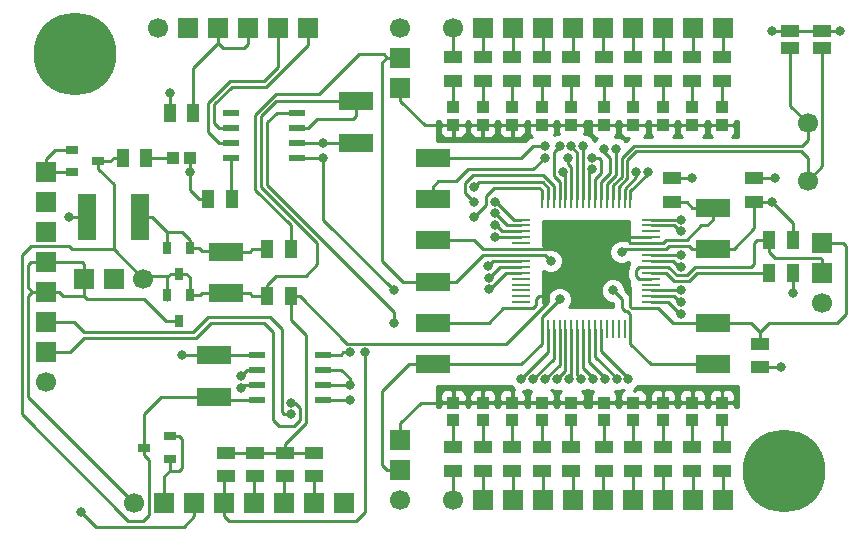
<source format=gbr>
G04 #@! TF.GenerationSoftware,KiCad,Pcbnew,(5.0.0-3-g5ebb6b6)*
G04 #@! TF.CreationDate,2019-02-10T22:36:41+03:00*
G04 #@! TF.ProjectId,mac,6D61632E6B696361645F706362000000,rev?*
G04 #@! TF.SameCoordinates,Original*
G04 #@! TF.FileFunction,Copper,L1,Top,Signal*
G04 #@! TF.FilePolarity,Positive*
%FSLAX46Y46*%
G04 Gerber Fmt 4.6, Leading zero omitted, Abs format (unit mm)*
G04 Created by KiCad (PCBNEW (5.0.0-3-g5ebb6b6)) date *
%MOMM*%
%LPD*%
G01*
G04 APERTURE LIST*
G04 #@! TA.AperFunction,ComponentPad*
%ADD10C,1.700000*%
G04 #@! TD*
G04 #@! TA.AperFunction,ComponentPad*
%ADD11R,1.700000X1.700000*%
G04 #@! TD*
G04 #@! TA.AperFunction,ComponentPad*
%ADD12C,7.000000*%
G04 #@! TD*
G04 #@! TA.AperFunction,SMDPad,CuDef*
%ADD13R,1.500000X1.000000*%
G04 #@! TD*
G04 #@! TA.AperFunction,SMDPad,CuDef*
%ADD14R,3.000000X1.500000*%
G04 #@! TD*
G04 #@! TA.AperFunction,SMDPad,CuDef*
%ADD15R,1.500000X0.250000*%
G04 #@! TD*
G04 #@! TA.AperFunction,SMDPad,CuDef*
%ADD16R,0.250000X1.500000*%
G04 #@! TD*
G04 #@! TA.AperFunction,SMDPad,CuDef*
%ADD17R,1.473200X0.609600*%
G04 #@! TD*
G04 #@! TA.AperFunction,SMDPad,CuDef*
%ADD18R,1.500000X4.000000*%
G04 #@! TD*
G04 #@! TA.AperFunction,SMDPad,CuDef*
%ADD19R,1.000000X1.000000*%
G04 #@! TD*
G04 #@! TA.AperFunction,SMDPad,CuDef*
%ADD20R,1.000000X1.500000*%
G04 #@! TD*
G04 #@! TA.AperFunction,SMDPad,CuDef*
%ADD21R,1.100000X0.800000*%
G04 #@! TD*
G04 #@! TA.AperFunction,SMDPad,CuDef*
%ADD22R,0.800000X1.100000*%
G04 #@! TD*
G04 #@! TA.AperFunction,ViaPad*
%ADD23C,0.800000*%
G04 #@! TD*
G04 #@! TA.AperFunction,Conductor*
%ADD24C,0.250000*%
G04 #@! TD*
G04 APERTURE END LIST*
D10*
G04 #@! TO.P,G1,1*
G04 #@! TO.N,/VCC*
X88250000Y-81250000D03*
D11*
G04 #@! TO.P,G1,2*
G04 #@! TO.N,/GND*
X85750000Y-81250000D03*
G04 #@! TO.P,G1,3*
G04 #@! TO.N,/+4...30*
X83250000Y-81250000D03*
G04 #@! TD*
D10*
G04 #@! TO.P,XP3,1*
G04 #@! TO.N,/GND_MC*
X145750000Y-83290000D03*
D11*
G04 #@! TO.P,XP3,2*
G04 #@! TO.N,/MODE*
X145750000Y-80750000D03*
G04 #@! TO.P,XP3,3*
G04 #@! TO.N,/VCC_MC*
X145750000Y-78210000D03*
G04 #@! TD*
D12*
G04 #@! TO.P,M3,*
G04 #@! TO.N,*
X142500000Y-97500000D03*
G04 #@! TD*
G04 #@! TO.P,M3,*
G04 #@! TO.N,*
X82500000Y-62250000D03*
G04 #@! TD*
D13*
G04 #@! TO.P,C1,2*
G04 #@! TO.N,/GND_MC*
X145750000Y-60250000D03*
G04 #@! TO.P,C1,1*
G04 #@! TO.N,Net-(C1-Pad1)*
X145750000Y-61750000D03*
G04 #@! TD*
G04 #@! TO.P,C2,1*
G04 #@! TO.N,Net-(C2-Pad1)*
X143000000Y-61750000D03*
G04 #@! TO.P,C2,2*
G04 #@! TO.N,/GND_MC*
X143000000Y-60250000D03*
G04 #@! TD*
D14*
G04 #@! TO.P,C3,1*
G04 #@! TO.N,/VCC*
X95250000Y-82500000D03*
G04 #@! TO.P,C3,2*
G04 #@! TO.N,Net-(C3-Pad2)*
X95250000Y-79000000D03*
G04 #@! TD*
G04 #@! TO.P,C4,2*
G04 #@! TO.N,/GND_MC*
X112750000Y-81500000D03*
G04 #@! TO.P,C4,1*
G04 #@! TO.N,/VCC_MC*
X112750000Y-78000000D03*
G04 #@! TD*
G04 #@! TO.P,C5,1*
G04 #@! TO.N,/VCC_MC*
X136500000Y-85000000D03*
G04 #@! TO.P,C5,2*
G04 #@! TO.N,/GND_MC*
X136500000Y-88500000D03*
G04 #@! TD*
G04 #@! TO.P,C6,2*
G04 #@! TO.N,/GND_MC*
X112750000Y-88500000D03*
G04 #@! TO.P,C6,1*
G04 #@! TO.N,/VCC_MC*
X112750000Y-85000000D03*
G04 #@! TD*
G04 #@! TO.P,C7,1*
G04 #@! TO.N,/VCC_MC*
X136500000Y-75250000D03*
G04 #@! TO.P,C7,2*
G04 #@! TO.N,/GND_MC*
X136500000Y-78750000D03*
G04 #@! TD*
G04 #@! TO.P,C8,2*
G04 #@! TO.N,/VCC*
X106250000Y-66250000D03*
G04 #@! TO.P,C8,1*
G04 #@! TO.N,/GND*
X106250000Y-69750000D03*
G04 #@! TD*
G04 #@! TO.P,C9,1*
G04 #@! TO.N,/A_VCC_MC*
X112750000Y-74500000D03*
G04 #@! TO.P,C9,2*
G04 #@! TO.N,/A_GND_MC*
X112750000Y-71000000D03*
G04 #@! TD*
G04 #@! TO.P,C10,2*
G04 #@! TO.N,/VCC*
X94250000Y-91250000D03*
G04 #@! TO.P,C10,1*
G04 #@! TO.N,/GND*
X94250000Y-87750000D03*
G04 #@! TD*
D15*
G04 #@! TO.P,DD1,1*
G04 #@! TO.N,/VCC_MC*
X131250000Y-83750000D03*
G04 #@! TO.P,DD1,48*
X120250000Y-83750000D03*
G04 #@! TO.P,DD1,2*
G04 #@! TO.N,/PF0_U2-RX*
X131250000Y-83250000D03*
G04 #@! TO.P,DD1,47*
G04 #@! TO.N,Net-(DD1-Pad47)*
X120250000Y-83250000D03*
G04 #@! TO.P,DD1,3*
G04 #@! TO.N,/PF1_U2-TX*
X131250000Y-82750000D03*
G04 #@! TO.P,DD1,46*
G04 #@! TO.N,Net-(DD1-Pad46)*
X120250000Y-82750000D03*
G04 #@! TO.P,DD1,4*
G04 #@! TO.N,/PF2_U2-En*
X131250000Y-82250000D03*
G04 #@! TO.P,DD1,45*
G04 #@! TO.N,Net-(DD1-Pad45)*
X120250000Y-82250000D03*
G04 #@! TO.P,DD1,5*
G04 #@! TO.N,Net-(DD1-Pad5)*
X131250000Y-81750000D03*
G04 #@! TO.P,DD1,44*
G04 #@! TO.N,Net-(DD1-Pad44)*
X120250000Y-81750000D03*
G04 #@! TO.P,DD1,6*
G04 #@! TO.N,/MODE*
X131250000Y-81250000D03*
G04 #@! TO.P,DD1,43*
G04 #@! TO.N,Net-(DD1-Pad43)*
X120250000Y-81250000D03*
G04 #@! TO.P,DD1,7*
G04 #@! TO.N,Net-(DD1-Pad7)*
X131250000Y-80750000D03*
G04 #@! TO.P,DD1,42*
G04 #@! TO.N,/PC0_SCL1*
X120250000Y-80750000D03*
G04 #@! TO.P,DD1,8*
G04 #@! TO.N,/MODE*
X131250000Y-80250000D03*
G04 #@! TO.P,DD1,41*
G04 #@! TO.N,/PC1_SDA1*
X120250000Y-80250000D03*
G04 #@! TO.P,DD1,9*
G04 #@! TO.N,/USB_D+*
X131250000Y-79750000D03*
G04 #@! TO.P,DD1,40*
G04 #@! TO.N,/PC2*
X120250000Y-79750000D03*
G04 #@! TO.P,DD1,10*
G04 #@! TO.N,/USB_D-*
X131250000Y-79250000D03*
G04 #@! TO.P,DD1,39*
G04 #@! TO.N,/GND_MC*
X120250000Y-79250000D03*
G04 #@! TO.P,DD1,11*
X131250000Y-78750000D03*
G04 #@! TO.P,DD1,38*
G04 #@! TO.N,/VCC_MC*
X120250000Y-78750000D03*
G04 #@! TO.P,DD1,12*
X131250000Y-78250000D03*
G04 #@! TO.P,DD1,37*
G04 #@! TO.N,Net-(DD1-Pad37)*
X120250000Y-78250000D03*
G04 #@! TO.P,DD1,13*
G04 #@! TO.N,/VCC_MC*
X131250000Y-77750000D03*
G04 #@! TO.P,DD1,36*
G04 #@! TO.N,/PD6_ADC6*
X120250000Y-77750000D03*
G04 #@! TO.P,DD1,14*
G04 #@! TO.N,Net-(DD1-Pad14)*
X131250000Y-77250000D03*
G04 #@! TO.P,DD1,35*
G04 #@! TO.N,/PD5_ADC5*
X120250000Y-77250000D03*
G04 #@! TO.P,DD1,15*
G04 #@! TO.N,/PE6_C2-TX*
X131250000Y-76750000D03*
G04 #@! TO.P,DD1,34*
G04 #@! TO.N,Net-(DD1-Pad34)*
X120250000Y-76750000D03*
G04 #@! TO.P,DD1,16*
G04 #@! TO.N,/PE6_C2-RX*
X131250000Y-76250000D03*
G04 #@! TO.P,DD1,33*
G04 #@! TO.N,Net-(DD1-Pad33)*
X120250000Y-76250000D03*
D16*
G04 #@! TO.P,DD1,17*
G04 #@! TO.N,Net-(DD1-Pad17)*
X129500000Y-74500000D03*
G04 #@! TO.P,DD1,18*
G04 #@! TO.N,/RES*
X129000000Y-74500000D03*
G04 #@! TO.P,DD1,19*
G04 #@! TO.N,Net-(C1-Pad1)*
X128500000Y-74500000D03*
G04 #@! TO.P,DD1,20*
G04 #@! TO.N,Net-(C2-Pad1)*
X128000000Y-74500000D03*
G04 #@! TO.P,DD1,21*
G04 #@! TO.N,/PE3_T2nC3*
X127500000Y-74500000D03*
G04 #@! TO.P,DD1,22*
G04 #@! TO.N,/PE2_T2C3*
X127000000Y-74500000D03*
G04 #@! TO.P,DD1,23*
G04 #@! TO.N,/A_GND_MC*
X126500000Y-74500000D03*
G04 #@! TO.P,DD1,24*
G04 #@! TO.N,/A_VCC_MC*
X126000000Y-74500000D03*
G04 #@! TO.P,DD1,25*
G04 #@! TO.N,/PE1_T2nC1*
X125500000Y-74500000D03*
G04 #@! TO.P,DD1,26*
G04 #@! TO.N,/PE0_T2C1_DAC*
X125000000Y-74500000D03*
G04 #@! TO.P,DD1,27*
G04 #@! TO.N,/A_GND_MC*
X124500000Y-74500000D03*
G04 #@! TO.P,DD1,28*
G04 #@! TO.N,/A_VCC_MC*
X124000000Y-74500000D03*
G04 #@! TO.P,DD1,29*
G04 #@! TO.N,/PD7_ADC7*
X123500000Y-74500000D03*
G04 #@! TO.P,DD1,30*
G04 #@! TO.N,/TDO_SWO*
X123000000Y-74500000D03*
G04 #@! TO.P,DD1,31*
G04 #@! TO.N,/TMS_DIO_RX*
X122500000Y-74500000D03*
G04 #@! TO.P,DD1,32*
G04 #@! TO.N,/TCK_CLK_TX*
X122000000Y-74500000D03*
G04 #@! TO.P,DD1,64*
G04 #@! TO.N,/GND_MC*
X129500000Y-85500000D03*
G04 #@! TO.P,DD1,63*
G04 #@! TO.N,Net-(DD1-Pad63)*
X129000000Y-85500000D03*
G04 #@! TO.P,DD1,62*
G04 #@! TO.N,Net-(DD1-Pad62)*
X128500000Y-85500000D03*
G04 #@! TO.P,DD1,61*
G04 #@! TO.N,Net-(DD1-Pad61)*
X128000000Y-85500000D03*
G04 #@! TO.P,DD1,60*
G04 #@! TO.N,Net-(DD1-Pad60)*
X127500000Y-85500000D03*
G04 #@! TO.P,DD1,59*
G04 #@! TO.N,/PA4*
X127000000Y-85500000D03*
G04 #@! TO.P,DD1,58*
G04 #@! TO.N,/PA5*
X126500000Y-85500000D03*
G04 #@! TO.P,DD1,57*
G04 #@! TO.N,/PA6*
X126000000Y-85500000D03*
G04 #@! TO.P,DD1,56*
G04 #@! TO.N,/PA7*
X125500000Y-85500000D03*
G04 #@! TO.P,DD1,55*
G04 #@! TO.N,/PB10*
X125000000Y-85500000D03*
G04 #@! TO.P,DD1,54*
G04 #@! TO.N,/PB9*
X124500000Y-85500000D03*
G04 #@! TO.P,DD1,53*
G04 #@! TO.N,/PB8*
X124000000Y-85500000D03*
G04 #@! TO.P,DD1,52*
G04 #@! TO.N,/PB7*
X123500000Y-85500000D03*
G04 #@! TO.P,DD1,51*
G04 #@! TO.N,/PB6*
X123000000Y-85500000D03*
G04 #@! TO.P,DD1,50*
G04 #@! TO.N,/PB5*
X122500000Y-85500000D03*
G04 #@! TO.P,DD1,49*
G04 #@! TO.N,/GND_MC*
X122000000Y-85500000D03*
G04 #@! TD*
D17*
G04 #@! TO.P,DD2,8*
G04 #@! TO.N,Net-(DD2-Pad8)*
X95662000Y-71000000D03*
G04 #@! TO.P,DD2,7*
G04 #@! TO.N,/CAN_H*
X95662000Y-69730000D03*
G04 #@! TO.P,DD2,6*
G04 #@! TO.N,/CAN_L*
X95662000Y-68460000D03*
G04 #@! TO.P,DD2,5*
G04 #@! TO.N,Net-(DD2-Pad5)*
X95662000Y-67190000D03*
G04 #@! TO.P,DD2,4*
G04 #@! TO.N,/PE6_C2-TX*
X101250000Y-67190000D03*
G04 #@! TO.P,DD2,3*
G04 #@! TO.N,/VCC*
X101250000Y-68460000D03*
G04 #@! TO.P,DD2,2*
G04 #@! TO.N,/GND*
X101250000Y-69730000D03*
G04 #@! TO.P,DD2,1*
G04 #@! TO.N,/PE6_C2-RX*
X101250000Y-71000000D03*
G04 #@! TD*
G04 #@! TO.P,DD3,1*
G04 #@! TO.N,/PF0_U2-RX*
X103500000Y-91500000D03*
G04 #@! TO.P,DD3,2*
G04 #@! TO.N,/PF2_U2-En*
X103500000Y-90230000D03*
G04 #@! TO.P,DD3,3*
X103500000Y-88960000D03*
G04 #@! TO.P,DD3,4*
G04 #@! TO.N,/PF1_U2-TX*
X103500000Y-87690000D03*
G04 #@! TO.P,DD3,5*
G04 #@! TO.N,/GND*
X97912000Y-87690000D03*
G04 #@! TO.P,DD3,6*
G04 #@! TO.N,/RS_A*
X97912000Y-88960000D03*
G04 #@! TO.P,DD3,7*
G04 #@! TO.N,/RS_B*
X97912000Y-90230000D03*
G04 #@! TO.P,DD3,8*
G04 #@! TO.N,/VCC*
X97912000Y-91500000D03*
G04 #@! TD*
D18*
G04 #@! TO.P,FU1,1*
G04 #@! TO.N,/GND*
X83500000Y-76000000D03*
G04 #@! TO.P,FU1,2*
G04 #@! TO.N,Net-(C3-Pad2)*
X88000000Y-76000000D03*
G04 #@! TD*
D19*
G04 #@! TO.P,HL1,1*
G04 #@! TO.N,Net-(HL1-Pad1)*
X90750000Y-71000000D03*
G04 #@! TO.P,HL1,2*
G04 #@! TO.N,/GND*
X92250000Y-71000000D03*
G04 #@! TD*
G04 #@! TO.P,HL2,2*
G04 #@! TO.N,/GND_LED1*
X114500000Y-91750000D03*
G04 #@! TO.P,HL2,1*
G04 #@! TO.N,Net-(HL2-Pad1)*
X114500000Y-93250000D03*
G04 #@! TD*
G04 #@! TO.P,HL3,1*
G04 #@! TO.N,Net-(HL3-Pad1)*
X117000000Y-93250000D03*
G04 #@! TO.P,HL3,2*
G04 #@! TO.N,/GND_LED1*
X117000000Y-91750000D03*
G04 #@! TD*
G04 #@! TO.P,HL4,1*
G04 #@! TO.N,Net-(HL4-Pad1)*
X119500000Y-93250000D03*
G04 #@! TO.P,HL4,2*
G04 #@! TO.N,/GND_LED1*
X119500000Y-91750000D03*
G04 #@! TD*
G04 #@! TO.P,HL5,1*
G04 #@! TO.N,Net-(HL5-Pad1)*
X122000000Y-93250000D03*
G04 #@! TO.P,HL5,2*
G04 #@! TO.N,/GND_LED1*
X122000000Y-91750000D03*
G04 #@! TD*
G04 #@! TO.P,HL6,2*
G04 #@! TO.N,/GND_LED1*
X124500000Y-91750000D03*
G04 #@! TO.P,HL6,1*
G04 #@! TO.N,Net-(HL6-Pad1)*
X124500000Y-93250000D03*
G04 #@! TD*
G04 #@! TO.P,HL7,1*
G04 #@! TO.N,Net-(HL7-Pad1)*
X127250000Y-93250000D03*
G04 #@! TO.P,HL7,2*
G04 #@! TO.N,/GND_LED1*
X127250000Y-91750000D03*
G04 #@! TD*
G04 #@! TO.P,HL8,1*
G04 #@! TO.N,Net-(HL8-Pad1)*
X129750000Y-93250000D03*
G04 #@! TO.P,HL8,2*
G04 #@! TO.N,/GND_LED1*
X129750000Y-91750000D03*
G04 #@! TD*
G04 #@! TO.P,HL9,2*
G04 #@! TO.N,/GND_LED1*
X132250000Y-91750000D03*
G04 #@! TO.P,HL9,1*
G04 #@! TO.N,Net-(HL9-Pad1)*
X132250000Y-93250000D03*
G04 #@! TD*
G04 #@! TO.P,HL10,2*
G04 #@! TO.N,/GND_LED1*
X134750000Y-91750000D03*
G04 #@! TO.P,HL10,1*
G04 #@! TO.N,Net-(HL10-Pad1)*
X134750000Y-93250000D03*
G04 #@! TD*
G04 #@! TO.P,HL11,2*
G04 #@! TO.N,/GND_LED1*
X137250000Y-91750000D03*
G04 #@! TO.P,HL11,1*
G04 #@! TO.N,Net-(HL11-Pad1)*
X137250000Y-93250000D03*
G04 #@! TD*
G04 #@! TO.P,HL12,1*
G04 #@! TO.N,Net-(HL12-Pad1)*
X114500000Y-66750000D03*
G04 #@! TO.P,HL12,2*
G04 #@! TO.N,/GND_LED2*
X114500000Y-68250000D03*
G04 #@! TD*
G04 #@! TO.P,HL13,1*
G04 #@! TO.N,Net-(HL13-Pad1)*
X117000000Y-66750000D03*
G04 #@! TO.P,HL13,2*
G04 #@! TO.N,/GND_LED2*
X117000000Y-68250000D03*
G04 #@! TD*
G04 #@! TO.P,HL14,2*
G04 #@! TO.N,/GND_LED2*
X119500000Y-68250000D03*
G04 #@! TO.P,HL14,1*
G04 #@! TO.N,Net-(HL14-Pad1)*
X119500000Y-66750000D03*
G04 #@! TD*
G04 #@! TO.P,HL15,2*
G04 #@! TO.N,/GND_LED2*
X122000000Y-68250000D03*
G04 #@! TO.P,HL15,1*
G04 #@! TO.N,Net-(HL15-Pad1)*
X122000000Y-66750000D03*
G04 #@! TD*
G04 #@! TO.P,HL16,1*
G04 #@! TO.N,Net-(HL16-Pad1)*
X124500000Y-66750000D03*
G04 #@! TO.P,HL16,2*
G04 #@! TO.N,/GND_LED2*
X124500000Y-68250000D03*
G04 #@! TD*
G04 #@! TO.P,HL17,2*
G04 #@! TO.N,/GND_LED2*
X127250000Y-68250000D03*
G04 #@! TO.P,HL17,1*
G04 #@! TO.N,Net-(HL17-Pad1)*
X127250000Y-66750000D03*
G04 #@! TD*
G04 #@! TO.P,HL18,1*
G04 #@! TO.N,Net-(HL18-Pad1)*
X129750000Y-66750000D03*
G04 #@! TO.P,HL18,2*
G04 #@! TO.N,/GND_LED2*
X129750000Y-68250000D03*
G04 #@! TD*
G04 #@! TO.P,HL19,2*
G04 #@! TO.N,/GND_LED2*
X132250000Y-68250000D03*
G04 #@! TO.P,HL19,1*
G04 #@! TO.N,Net-(HL19-Pad1)*
X132250000Y-66750000D03*
G04 #@! TD*
G04 #@! TO.P,HL20,1*
G04 #@! TO.N,Net-(HL20-Pad1)*
X134750000Y-66750000D03*
G04 #@! TO.P,HL20,2*
G04 #@! TO.N,/GND_LED2*
X134750000Y-68250000D03*
G04 #@! TD*
G04 #@! TO.P,HL21,2*
G04 #@! TO.N,/GND_LED2*
X137250000Y-68250000D03*
G04 #@! TO.P,HL21,1*
G04 #@! TO.N,Net-(HL21-Pad1)*
X137250000Y-66750000D03*
G04 #@! TD*
D20*
G04 #@! TO.P,L1,2*
G04 #@! TO.N,/VCC_MC*
X100750000Y-82750000D03*
G04 #@! TO.P,L1,1*
G04 #@! TO.N,/VCC*
X98750000Y-82750000D03*
G04 #@! TD*
G04 #@! TO.P,L2,1*
G04 #@! TO.N,Net-(C3-Pad2)*
X98750000Y-78750000D03*
G04 #@! TO.P,L2,2*
G04 #@! TO.N,/GND_MC*
X100750000Y-78750000D03*
G04 #@! TD*
D13*
G04 #@! TO.P,L3,2*
G04 #@! TO.N,/A_VCC_MC*
X133000000Y-72750000D03*
G04 #@! TO.P,L3,1*
G04 #@! TO.N,/VCC_MC*
X133000000Y-74750000D03*
G04 #@! TD*
G04 #@! TO.P,L4,1*
G04 #@! TO.N,/GND_MC*
X140000000Y-74750000D03*
G04 #@! TO.P,L4,2*
G04 #@! TO.N,/A_GND_MC*
X140000000Y-72750000D03*
G04 #@! TD*
D20*
G04 #@! TO.P,R1,2*
G04 #@! TO.N,/VCC*
X86500000Y-71000000D03*
G04 #@! TO.P,R1,1*
G04 #@! TO.N,Net-(HL1-Pad1)*
X88500000Y-71000000D03*
G04 #@! TD*
D13*
G04 #@! TO.P,R7,2*
G04 #@! TO.N,/RES*
X102750000Y-98000000D03*
G04 #@! TO.P,R7,1*
G04 #@! TO.N,/VCC_MC*
X102750000Y-96000000D03*
G04 #@! TD*
D20*
G04 #@! TO.P,R8,2*
G04 #@! TO.N,Net-(R8-Pad2)*
X92500000Y-67250000D03*
G04 #@! TO.P,R8,1*
G04 #@! TO.N,/GND*
X90500000Y-67250000D03*
G04 #@! TD*
G04 #@! TO.P,R9,1*
G04 #@! TO.N,/GND*
X93750000Y-74500000D03*
G04 #@! TO.P,R9,2*
G04 #@! TO.N,Net-(DD2-Pad8)*
X95750000Y-74500000D03*
G04 #@! TD*
D13*
G04 #@! TO.P,R10,2*
G04 #@! TO.N,Net-(DD1-Pad17)*
X140500000Y-88750000D03*
G04 #@! TO.P,R10,1*
G04 #@! TO.N,/VCC_MC*
X140500000Y-86750000D03*
G04 #@! TD*
D20*
G04 #@! TO.P,R11,2*
G04 #@! TO.N,/GND_MC*
X143250000Y-78000000D03*
G04 #@! TO.P,R11,1*
G04 #@! TO.N,/MODE*
X141250000Y-78000000D03*
G04 #@! TD*
G04 #@! TO.P,R12,2*
G04 #@! TO.N,/GND_MC*
X143250000Y-80750000D03*
G04 #@! TO.P,R12,1*
G04 #@! TO.N,Net-(DD1-Pad7)*
X141250000Y-80750000D03*
G04 #@! TD*
D13*
G04 #@! TO.P,R14,1*
G04 #@! TO.N,Net-(HL2-Pad1)*
X114500000Y-95500000D03*
G04 #@! TO.P,R14,2*
G04 #@! TO.N,/PB5*
X114500000Y-97500000D03*
G04 #@! TD*
G04 #@! TO.P,R15,2*
G04 #@! TO.N,/PB6*
X117000000Y-97499998D03*
G04 #@! TO.P,R15,1*
G04 #@! TO.N,Net-(HL3-Pad1)*
X117000000Y-95499998D03*
G04 #@! TD*
G04 #@! TO.P,R16,1*
G04 #@! TO.N,Net-(HL4-Pad1)*
X119500000Y-95500000D03*
G04 #@! TO.P,R16,2*
G04 #@! TO.N,/PB7*
X119500000Y-97500000D03*
G04 #@! TD*
G04 #@! TO.P,R17,1*
G04 #@! TO.N,Net-(HL5-Pad1)*
X122000000Y-95500000D03*
G04 #@! TO.P,R17,2*
G04 #@! TO.N,/PB8*
X122000000Y-97500000D03*
G04 #@! TD*
G04 #@! TO.P,R18,1*
G04 #@! TO.N,Net-(HL6-Pad1)*
X124500000Y-95500000D03*
G04 #@! TO.P,R18,2*
G04 #@! TO.N,/PB9*
X124500000Y-97500000D03*
G04 #@! TD*
G04 #@! TO.P,R19,1*
G04 #@! TO.N,Net-(HL7-Pad1)*
X127250000Y-95500000D03*
G04 #@! TO.P,R19,2*
G04 #@! TO.N,/PB10*
X127250000Y-97500000D03*
G04 #@! TD*
G04 #@! TO.P,R20,1*
G04 #@! TO.N,Net-(HL8-Pad1)*
X129750000Y-95500000D03*
G04 #@! TO.P,R20,2*
G04 #@! TO.N,/PA7*
X129750000Y-97500000D03*
G04 #@! TD*
G04 #@! TO.P,R21,1*
G04 #@! TO.N,Net-(HL9-Pad1)*
X132250000Y-95500000D03*
G04 #@! TO.P,R21,2*
G04 #@! TO.N,/PA6*
X132250000Y-97500000D03*
G04 #@! TD*
G04 #@! TO.P,R22,1*
G04 #@! TO.N,Net-(HL10-Pad1)*
X134750000Y-95500000D03*
G04 #@! TO.P,R22,2*
G04 #@! TO.N,/PA5*
X134750000Y-97500000D03*
G04 #@! TD*
G04 #@! TO.P,R23,1*
G04 #@! TO.N,Net-(HL11-Pad1)*
X137250000Y-95500000D03*
G04 #@! TO.P,R23,2*
G04 #@! TO.N,/PA4*
X137250000Y-97500000D03*
G04 #@! TD*
G04 #@! TO.P,R24,1*
G04 #@! TO.N,Net-(HL12-Pad1)*
X114500000Y-64500000D03*
G04 #@! TO.P,R24,2*
G04 #@! TO.N,/PD5_ADC5*
X114500000Y-62500000D03*
G04 #@! TD*
G04 #@! TO.P,R25,1*
G04 #@! TO.N,Net-(HL13-Pad1)*
X117000001Y-64500000D03*
G04 #@! TO.P,R25,2*
G04 #@! TO.N,/PD6_ADC6*
X117000001Y-62500000D03*
G04 #@! TD*
G04 #@! TO.P,R26,1*
G04 #@! TO.N,Net-(HL14-Pad1)*
X119500000Y-64500000D03*
G04 #@! TO.P,R26,2*
G04 #@! TO.N,/PC2*
X119500000Y-62500000D03*
G04 #@! TD*
G04 #@! TO.P,R27,1*
G04 #@! TO.N,Net-(HL15-Pad1)*
X122000000Y-64500000D03*
G04 #@! TO.P,R27,2*
G04 #@! TO.N,/PC1_SDA1*
X122000000Y-62500000D03*
G04 #@! TD*
G04 #@! TO.P,R28,1*
G04 #@! TO.N,Net-(HL16-Pad1)*
X124500000Y-64500000D03*
G04 #@! TO.P,R28,2*
G04 #@! TO.N,/PC0_SCL1*
X124500000Y-62500000D03*
G04 #@! TD*
G04 #@! TO.P,R30,1*
G04 #@! TO.N,Net-(HL18-Pad1)*
X129750000Y-64500000D03*
G04 #@! TO.P,R30,2*
G04 #@! TO.N,/PE0_T2C1_DAC*
X129750000Y-62500000D03*
G04 #@! TD*
G04 #@! TO.P,R31,2*
G04 #@! TO.N,/PE1_T2nC1*
X132250000Y-62500000D03*
G04 #@! TO.P,R31,1*
G04 #@! TO.N,Net-(HL19-Pad1)*
X132250000Y-64500000D03*
G04 #@! TD*
G04 #@! TO.P,R32,2*
G04 #@! TO.N,/PE2_T2C3*
X134750000Y-62500000D03*
G04 #@! TO.P,R32,1*
G04 #@! TO.N,Net-(HL20-Pad1)*
X134750000Y-64500000D03*
G04 #@! TD*
G04 #@! TO.P,R33,2*
G04 #@! TO.N,/PE3_T2nC3*
X137250000Y-62500000D03*
G04 #@! TO.P,R33,1*
G04 #@! TO.N,Net-(HL21-Pad1)*
X137250000Y-64500000D03*
G04 #@! TD*
D21*
G04 #@! TO.P,VD1,1*
G04 #@! TO.N,/+3\002C3_prog*
X90500000Y-96500000D03*
X90500000Y-94600000D03*
G04 #@! TO.P,VD1,2*
G04 #@! TO.N,/VCC*
X88300000Y-95550000D03*
G04 #@! TD*
G04 #@! TO.P,VD2,2*
G04 #@! TO.N,/VCC*
X84450000Y-71300000D03*
G04 #@! TO.P,VD2,1*
G04 #@! TO.N,/+3\002C3*
X82250000Y-72250000D03*
X82250000Y-70350000D03*
G04 #@! TD*
D22*
G04 #@! TO.P,VD3,1*
G04 #@! TO.N,/VCC*
X92200000Y-82650000D03*
X90300000Y-82650000D03*
G04 #@! TO.P,VD3,2*
G04 #@! TO.N,/+4...30*
X91250000Y-84850000D03*
G04 #@! TD*
G04 #@! TO.P,VD4,2*
G04 #@! TO.N,/VCC*
X91250000Y-80850000D03*
G04 #@! TO.P,VD4,1*
G04 #@! TO.N,Net-(C3-Pad2)*
X90300000Y-78650000D03*
X92200000Y-78650000D03*
G04 #@! TD*
D10*
G04 #@! TO.P,XP1,1*
G04 #@! TO.N,/GND*
X80000000Y-90000000D03*
D11*
G04 #@! TO.P,XP1,2*
G04 #@! TO.N,/USB_D+*
X80000000Y-87460000D03*
G04 #@! TO.P,XP1,3*
G04 #@! TO.N,/USB_D-*
X80000000Y-84920000D03*
G04 #@! TO.P,XP1,4*
G04 #@! TO.N,/+4...30*
X80000000Y-82380000D03*
G04 #@! TO.P,XP1,5*
X80000000Y-79840000D03*
G04 #@! TO.P,XP1,6*
G04 #@! TO.N,/GND*
X80000000Y-77300000D03*
G04 #@! TO.P,XP1,7*
X80000000Y-74760000D03*
G04 #@! TO.P,XP1,8*
G04 #@! TO.N,/+3\002C3*
X80000000Y-72220000D03*
G04 #@! TD*
D10*
G04 #@! TO.P,XP4,1*
G04 #@! TO.N,/RS_A*
X89500000Y-60000000D03*
D11*
G04 #@! TO.P,XP4,2*
G04 #@! TO.N,/RS_B*
X92040000Y-60000000D03*
G04 #@! TO.P,XP4,3*
G04 #@! TO.N,Net-(R8-Pad2)*
X94580000Y-60000000D03*
G04 #@! TO.P,XP4,4*
X97120000Y-60000000D03*
G04 #@! TO.P,XP4,5*
G04 #@! TO.N,/CAN_H*
X99660000Y-60000000D03*
G04 #@! TO.P,XP4,6*
G04 #@! TO.N,/CAN_L*
X102200000Y-60000000D03*
G04 #@! TD*
D10*
G04 #@! TO.P,XP5,1*
G04 #@! TO.N,Net-(XP5-Pad1)*
X110000000Y-100000000D03*
D11*
G04 #@! TO.P,XP5,2*
G04 #@! TO.N,/GND_MC*
X110000000Y-97460000D03*
G04 #@! TO.P,XP5,3*
G04 #@! TO.N,/GND_LED1*
X110000000Y-94920000D03*
G04 #@! TD*
G04 #@! TO.P,XP6,10*
G04 #@! TO.N,/PA4*
X137360000Y-100000000D03*
G04 #@! TO.P,XP6,9*
G04 #@! TO.N,/PA5*
X134820000Y-100000000D03*
G04 #@! TO.P,XP6,8*
G04 #@! TO.N,/PA6*
X132280000Y-100000000D03*
G04 #@! TO.P,XP6,7*
G04 #@! TO.N,/PA7*
X129740000Y-100000000D03*
G04 #@! TO.P,XP6,6*
G04 #@! TO.N,/PB10*
X127200000Y-100000000D03*
G04 #@! TO.P,XP6,5*
G04 #@! TO.N,/PB9*
X124660000Y-100000000D03*
G04 #@! TO.P,XP6,4*
G04 #@! TO.N,/PB8*
X122120000Y-100000000D03*
G04 #@! TO.P,XP6,3*
G04 #@! TO.N,/PB7*
X119580000Y-100000000D03*
G04 #@! TO.P,XP6,2*
G04 #@! TO.N,/PB6*
X117040000Y-100000000D03*
D10*
G04 #@! TO.P,XP6,1*
G04 #@! TO.N,/PB5*
X114500000Y-100000000D03*
G04 #@! TD*
D11*
G04 #@! TO.P,XP7,3*
G04 #@! TO.N,/GND_LED2*
X110000000Y-65080000D03*
G04 #@! TO.P,XP7,2*
G04 #@! TO.N,/GND_MC*
X110000000Y-62540000D03*
D10*
G04 #@! TO.P,XP7,1*
G04 #@! TO.N,Net-(XP7-Pad1)*
X110000000Y-60000000D03*
G04 #@! TD*
G04 #@! TO.P,XP8,1*
G04 #@! TO.N,/PD5_ADC5*
X114500000Y-60000000D03*
D11*
G04 #@! TO.P,XP8,2*
G04 #@! TO.N,/PD6_ADC6*
X117040000Y-60000000D03*
G04 #@! TO.P,XP8,3*
G04 #@! TO.N,/PC2*
X119580000Y-60000000D03*
G04 #@! TO.P,XP8,4*
G04 #@! TO.N,/PC1_SDA1*
X122120000Y-60000000D03*
G04 #@! TO.P,XP8,5*
G04 #@! TO.N,/PC0_SCL1*
X124660000Y-60000000D03*
G04 #@! TO.P,XP8,6*
G04 #@! TO.N,/PD7_ADC7*
X127200000Y-60000000D03*
G04 #@! TO.P,XP8,7*
G04 #@! TO.N,/PE0_T2C1_DAC*
X129740000Y-60000000D03*
G04 #@! TO.P,XP8,8*
G04 #@! TO.N,/PE1_T2nC1*
X132280000Y-60000000D03*
G04 #@! TO.P,XP8,9*
G04 #@! TO.N,/PE2_T2C3*
X134820000Y-60000000D03*
G04 #@! TO.P,XP8,10*
G04 #@! TO.N,/PE3_T2nC3*
X137360000Y-60000000D03*
G04 #@! TD*
D10*
G04 #@! TO.P,ZQ1,2*
G04 #@! TO.N,Net-(C2-Pad1)*
X144500000Y-68100000D03*
G04 #@! TO.P,ZQ1,1*
G04 #@! TO.N,Net-(C1-Pad1)*
X144500000Y-73000000D03*
G04 #@! TD*
D13*
G04 #@! TO.P,R29,2*
G04 #@! TO.N,/PD7_ADC7*
X127250000Y-62500000D03*
G04 #@! TO.P,R29,1*
G04 #@! TO.N,Net-(HL17-Pad1)*
X127250000Y-64500000D03*
G04 #@! TD*
G04 #@! TO.P,R2,2*
G04 #@! TO.N,/TMS_DIO_RX*
X97750000Y-98000000D03*
G04 #@! TO.P,R2,1*
G04 #@! TO.N,/VCC_MC*
X97750000Y-96000000D03*
G04 #@! TD*
G04 #@! TO.P,R3,1*
G04 #@! TO.N,/VCC_MC*
X95250000Y-96000000D03*
G04 #@! TO.P,R3,2*
G04 #@! TO.N,/TCK_CLK_TX*
X95250000Y-98000000D03*
G04 #@! TD*
G04 #@! TO.P,R6,2*
G04 #@! TO.N,/TDO_SWO*
X100250000Y-98000000D03*
G04 #@! TO.P,R6,1*
G04 #@! TO.N,/VCC_MC*
X100250000Y-96000000D03*
G04 #@! TD*
D10*
G04 #@! TO.P,XP2,1*
G04 #@! TO.N,/+4...30*
X87500000Y-100250000D03*
D11*
G04 #@! TO.P,XP2,2*
G04 #@! TO.N,/+3\002C3_prog*
X90040000Y-100250000D03*
G04 #@! TO.P,XP2,3*
G04 #@! TO.N,/GND*
X92580000Y-100250000D03*
G04 #@! TO.P,XP2,4*
G04 #@! TO.N,/TCK_CLK_TX*
X95120000Y-100250000D03*
G04 #@! TO.P,XP2,5*
G04 #@! TO.N,/TMS_DIO_RX*
X97660000Y-100250000D03*
G04 #@! TO.P,XP2,6*
G04 #@! TO.N,/TDO_SWO*
X100200000Y-100250000D03*
G04 #@! TO.P,XP2,7*
G04 #@! TO.N,/RES*
X102740000Y-100250000D03*
G04 #@! TO.P,XP2,8*
G04 #@! TO.N,/GND*
X105280000Y-100250000D03*
G04 #@! TD*
D23*
G04 #@! TO.N,/GND_MC*
X122750000Y-79750000D03*
X123500000Y-83000000D03*
X128750000Y-79000000D03*
X141500000Y-74750000D03*
X143250000Y-82500000D03*
X147250000Y-60250000D03*
X141500000Y-60250000D03*
X128000000Y-82250000D03*
G04 #@! TO.N,/GND*
X103500000Y-69750000D03*
X90500000Y-65500000D03*
X92250000Y-72250000D03*
X82000000Y-76000000D03*
X91500000Y-87750000D03*
X83000000Y-101000000D03*
G04 #@! TO.N,/A_VCC_MC*
X126250000Y-72000000D03*
X123750000Y-72250000D03*
X122250000Y-71000000D03*
X134750000Y-72750000D03*
G04 #@! TO.N,/A_GND_MC*
X126250000Y-71000000D03*
X124250000Y-71000000D03*
X122250000Y-70000000D03*
X141750000Y-72750000D03*
G04 #@! TO.N,/PF0_U2-RX*
X105750000Y-91500000D03*
X133750000Y-84250000D03*
G04 #@! TO.N,/PF1_U2-TX*
X133750000Y-83250000D03*
X105750000Y-87500000D03*
G04 #@! TO.N,/PF2_U2-En*
X133750000Y-82250000D03*
X105750000Y-90250000D03*
G04 #@! TO.N,/PC0_SCL1*
X117497835Y-82165712D03*
G04 #@! TO.N,/PC1_SDA1*
X117510899Y-81165796D03*
G04 #@! TO.N,/USB_D+*
X133750000Y-80250000D03*
X100750000Y-91750000D03*
G04 #@! TO.N,/PC2*
X117445299Y-80167948D03*
G04 #@! TO.N,/USB_D-*
X133750000Y-79250000D03*
X100750000Y-92750000D03*
G04 #@! TO.N,/PD6_ADC6*
X118012653Y-77737347D03*
G04 #@! TO.N,/PD5_ADC5*
X117999839Y-76737428D03*
G04 #@! TO.N,/PE6_C2-TX*
X133750000Y-77250000D03*
X109500000Y-85000000D03*
G04 #@! TO.N,/PE6_C2-RX*
X103500000Y-71000000D03*
X133750000Y-76250000D03*
X109500000Y-82250000D03*
G04 #@! TO.N,Net-(DD1-Pad17)*
X131000000Y-72250000D03*
X142250000Y-88750000D03*
G04 #@! TO.N,/RES*
X130000000Y-72225000D03*
G04 #@! TO.N,/PE3_T2nC3*
X128250000Y-70250000D03*
G04 #@! TO.N,/PE2_T2C3*
X127250000Y-70250000D03*
G04 #@! TO.N,/PE1_T2nC1*
X125500000Y-70000000D03*
G04 #@! TO.N,/PE0_T2C1_DAC*
X124500000Y-70000000D03*
G04 #@! TO.N,/PD7_ADC7*
X123500000Y-70000000D03*
G04 #@! TO.N,/PB9*
X124329742Y-89771479D03*
G04 #@! TO.N,/PB8*
X123307330Y-89768586D03*
G04 #@! TO.N,/PB7*
X122281672Y-89768939D03*
G04 #@! TO.N,/PB6*
X121262653Y-89762653D03*
G04 #@! TO.N,/PB5*
X120250000Y-89750000D03*
G04 #@! TO.N,/RS_A*
X96500000Y-89500000D03*
G04 #@! TO.N,/RS_B*
X96500000Y-90500000D03*
G04 #@! TO.N,/PA4*
X129329475Y-89750000D03*
G04 #@! TO.N,/PA5*
X128329474Y-89750001D03*
G04 #@! TO.N,/PA6*
X127329473Y-89749987D03*
G04 #@! TO.N,/PA7*
X126329472Y-89750160D03*
G04 #@! TO.N,/PB10*
X125329472Y-89748146D03*
G04 #@! TO.N,Net-(DD1-Pad34)*
X118000002Y-75737427D03*
G04 #@! TO.N,Net-(DD1-Pad33)*
X118000000Y-74737426D03*
G04 #@! TO.N,/TDO_SWO*
X116250000Y-74750000D03*
G04 #@! TO.N,/TMS_DIO_RX*
X116250000Y-73500000D03*
G04 #@! TO.N,/TCK_CLK_TX*
X116250000Y-76000000D03*
X107000000Y-87500000D03*
G04 #@! TD*
D24*
G04 #@! TO.N,/GND_MC*
X120250000Y-88500000D02*
X122000000Y-86750000D01*
X122000000Y-86750000D02*
X122000000Y-85500000D01*
X136500000Y-88500000D02*
X131500000Y-88500000D01*
X129500000Y-86500000D02*
X129500000Y-85500000D01*
X131250000Y-88500000D02*
X129500000Y-86750000D01*
X136500000Y-88500000D02*
X131250000Y-88500000D01*
X129500000Y-86750000D02*
X129500000Y-86500000D01*
X121500000Y-79250000D02*
X120250000Y-79250000D01*
X122250000Y-79250000D02*
X121500000Y-79250000D01*
X122750000Y-79750000D02*
X122250000Y-79250000D01*
X122000000Y-85500000D02*
X122000000Y-84500000D01*
X122000000Y-84500000D02*
X123250000Y-83250000D01*
X123250000Y-83250000D02*
X123500000Y-83000000D01*
X129000000Y-78750000D02*
X128750000Y-79000000D01*
X131250000Y-78750000D02*
X129000000Y-78750000D01*
X136500000Y-78750000D02*
X138250000Y-78750000D01*
X140000000Y-77000000D02*
X140000000Y-74750000D01*
X138250000Y-78750000D02*
X140000000Y-77000000D01*
X112750000Y-88500000D02*
X114500000Y-88500000D01*
X114500000Y-88500000D02*
X116000000Y-88500000D01*
X116000000Y-88500000D02*
X120250000Y-88500000D01*
X115000000Y-88500000D02*
X116000000Y-88500000D01*
X117000000Y-79250000D02*
X120250000Y-79250000D01*
X114750000Y-81500000D02*
X117000000Y-79250000D01*
X112750000Y-81500000D02*
X114750000Y-81500000D01*
X110250000Y-81500000D02*
X112750000Y-81500000D01*
X108500000Y-62940000D02*
X108500000Y-79750000D01*
X108900000Y-62540000D02*
X108500000Y-62940000D01*
X108500000Y-79750000D02*
X110250000Y-81500000D01*
X110000000Y-62540000D02*
X108900000Y-62540000D01*
X111000000Y-88500000D02*
X112750000Y-88500000D01*
X110750000Y-88500000D02*
X111000000Y-88500000D01*
X108500000Y-97060000D02*
X108500000Y-90750000D01*
X108500000Y-90750000D02*
X110750000Y-88500000D01*
X108900000Y-97460000D02*
X108500000Y-97060000D01*
X110000000Y-97460000D02*
X108900000Y-97460000D01*
X132500000Y-78750000D02*
X132750000Y-78500000D01*
X131250000Y-78750000D02*
X132500000Y-78750000D01*
X132750000Y-78500000D02*
X134500000Y-78500000D01*
X134500000Y-78500000D02*
X134750000Y-78750000D01*
X134750000Y-78750000D02*
X136500000Y-78750000D01*
X106500000Y-62250000D02*
X108610000Y-62250000D01*
X103136410Y-65613590D02*
X106500000Y-62250000D01*
X99500000Y-65613590D02*
X103136410Y-65613590D01*
X97750000Y-67363590D02*
X99500000Y-65613590D01*
X100750000Y-76750000D02*
X97750000Y-73750000D01*
X108610000Y-62250000D02*
X108900000Y-62540000D01*
X97750000Y-73750000D02*
X97750000Y-67363590D01*
X100750000Y-78750000D02*
X100750000Y-76750000D01*
X140000000Y-74750000D02*
X141500000Y-74750000D01*
X143250000Y-82500000D02*
X143250000Y-80750000D01*
X143250000Y-76500000D02*
X141500000Y-74750000D01*
X143250000Y-78000000D02*
X143250000Y-76500000D01*
X141500000Y-60250000D02*
X147250000Y-60250000D01*
X129500000Y-84250000D02*
X129500000Y-85500000D01*
X129250000Y-84000000D02*
X129500000Y-84250000D01*
X129250000Y-84000000D02*
X129000000Y-84000000D01*
X129000000Y-84000000D02*
X128750000Y-83750000D01*
X128750000Y-83000000D02*
X128000000Y-82250000D01*
X128750000Y-83750000D02*
X128750000Y-83000000D01*
G04 #@! TO.N,Net-(C1-Pad1)*
X145750000Y-71750000D02*
X144500000Y-73000000D01*
X145750000Y-61750000D02*
X145750000Y-71750000D01*
X144500000Y-71000000D02*
X144500000Y-73000000D01*
X143950010Y-70450010D02*
X144500000Y-71000000D01*
X128500000Y-74500000D02*
X128500000Y-73500000D01*
X128500000Y-73500000D02*
X129250000Y-72750000D01*
X129250000Y-71200010D02*
X130000000Y-70450010D01*
X129250000Y-72750000D02*
X129250000Y-71200010D01*
X130000000Y-70450010D02*
X143950010Y-70450010D01*
G04 #@! TO.N,Net-(C2-Pad1)*
X143000000Y-66600000D02*
X144500000Y-68100000D01*
X143000000Y-61750000D02*
X143000000Y-66600000D01*
X144500000Y-69500000D02*
X144500000Y-68100000D01*
X129813600Y-70000000D02*
X144000000Y-70000000D01*
X144000000Y-70000000D02*
X144500000Y-69500000D01*
X128750000Y-71063600D02*
X129813600Y-70000000D01*
X128750000Y-72613590D02*
X128750000Y-71063600D01*
X128000000Y-73363590D02*
X128750000Y-72613590D01*
X128000000Y-74500000D02*
X128000000Y-73363590D01*
G04 #@! TO.N,/VCC*
X90300000Y-82250000D02*
X90300000Y-83050000D01*
X84450000Y-71300000D02*
X84450000Y-71950000D01*
X84450000Y-71950000D02*
X85750000Y-73250000D01*
X85750000Y-78750000D02*
X88250000Y-81250000D01*
X85750000Y-73250000D02*
X85750000Y-78750000D01*
X86500000Y-71000000D02*
X85750000Y-71000000D01*
X85450000Y-71300000D02*
X84450000Y-71300000D01*
X85750000Y-71000000D02*
X85450000Y-71300000D01*
X95250000Y-82500000D02*
X97250000Y-82500000D01*
X97250000Y-82500000D02*
X97500000Y-82750000D01*
X97500000Y-82750000D02*
X98750000Y-82750000D01*
X94500000Y-91500000D02*
X94250000Y-91250000D01*
X97912000Y-91500000D02*
X94500000Y-91500000D01*
X99500000Y-66250000D02*
X106250000Y-66250000D01*
X98250000Y-67500000D02*
X99500000Y-66250000D01*
X98250000Y-73500000D02*
X98250000Y-67500000D01*
X102000000Y-81000000D02*
X103000000Y-80000000D01*
X99500000Y-81000000D02*
X102000000Y-81000000D01*
X103000000Y-78250000D02*
X98250000Y-73500000D01*
X98750000Y-81750000D02*
X99500000Y-81000000D01*
X103000000Y-80000000D02*
X103000000Y-78250000D01*
X98750000Y-82750000D02*
X98750000Y-81750000D01*
X106250000Y-67250000D02*
X106250000Y-66250000D01*
X106250000Y-67500000D02*
X106250000Y-67250000D01*
X101250000Y-68460000D02*
X102236600Y-68460000D01*
X102236600Y-68460000D02*
X102946600Y-67750000D01*
X106000000Y-67750000D02*
X106250000Y-67500000D01*
X102946600Y-67750000D02*
X106000000Y-67750000D01*
X88300000Y-95550000D02*
X88300000Y-92700000D01*
X89750000Y-91250000D02*
X94250000Y-91250000D01*
X88300000Y-92700000D02*
X89750000Y-91250000D01*
X92200000Y-82650000D02*
X93100000Y-82650000D01*
X93250000Y-82500000D02*
X93750000Y-82500000D01*
X93100000Y-82650000D02*
X93250000Y-82500000D01*
X95250000Y-82500000D02*
X93750000Y-82500000D01*
X90300000Y-81750000D02*
X90300000Y-82650000D01*
X90300000Y-81750000D02*
X90300000Y-82250000D01*
X92200000Y-81750000D02*
X92200000Y-82650000D01*
X92200000Y-81750000D02*
X92200000Y-82250000D01*
X91900000Y-80850000D02*
X91250000Y-80850000D01*
X92200000Y-81150000D02*
X91900000Y-80850000D01*
X92200000Y-82650000D02*
X92200000Y-81150000D01*
X90300000Y-81150000D02*
X90300000Y-81750000D01*
X90600000Y-80850000D02*
X90300000Y-81150000D01*
X91250000Y-80850000D02*
X90600000Y-80850000D01*
X88500000Y-81000000D02*
X88250000Y-81250000D01*
X90150000Y-81000000D02*
X88500000Y-81000000D01*
X90300000Y-81150000D02*
X90150000Y-81000000D01*
X88750000Y-96650000D02*
X88300000Y-96200000D01*
X88750000Y-101250000D02*
X88750000Y-96650000D01*
X88250000Y-101750000D02*
X88750000Y-101250000D01*
X78000000Y-79250000D02*
X78000000Y-92750000D01*
X87000000Y-101750000D02*
X88250000Y-101750000D01*
X78750000Y-78500000D02*
X78000000Y-79250000D01*
X78000000Y-92750000D02*
X87000000Y-101750000D01*
X82000000Y-78500000D02*
X78750000Y-78500000D01*
X88300000Y-96200000D02*
X88300000Y-95550000D01*
X82250000Y-78750000D02*
X82000000Y-78500000D01*
X85750000Y-78750000D02*
X82250000Y-78750000D01*
G04 #@! TO.N,Net-(C3-Pad2)*
X90300000Y-78100000D02*
X90300000Y-78900000D01*
X89000000Y-76000000D02*
X90300000Y-77300000D01*
X88000000Y-76000000D02*
X89000000Y-76000000D01*
X90300000Y-77300000D02*
X91550000Y-77300000D01*
X92200000Y-78100000D02*
X92200000Y-78900000D01*
X92200000Y-77950000D02*
X92200000Y-78100000D01*
X91550000Y-77300000D02*
X92200000Y-77950000D01*
X95150000Y-78900000D02*
X95250000Y-79000000D01*
X95250000Y-79000000D02*
X97250000Y-79000000D01*
X97500000Y-78750000D02*
X98750000Y-78750000D01*
X97250000Y-79000000D02*
X97500000Y-78750000D01*
X92200000Y-77950000D02*
X92200000Y-78650000D01*
X90300000Y-77300000D02*
X90300000Y-77750000D01*
X90300000Y-77750000D02*
X90300000Y-78650000D01*
X90300000Y-77750000D02*
X90300000Y-78100000D01*
X93000000Y-78650000D02*
X93250000Y-78900000D01*
X93250000Y-78900000D02*
X95150000Y-78900000D01*
X92200000Y-78650000D02*
X93000000Y-78650000D01*
G04 #@! TO.N,/VCC_MC*
X118750000Y-83750000D02*
X120250000Y-83750000D01*
X117500000Y-85000000D02*
X118750000Y-83750000D01*
X120250000Y-78750000D02*
X123000000Y-78750000D01*
X101500000Y-82750000D02*
X100750000Y-82750000D01*
X119000000Y-86750000D02*
X105500000Y-86750000D01*
X121500000Y-84250000D02*
X119000000Y-86750000D01*
X121500000Y-84250000D02*
X121750000Y-84000000D01*
X105500000Y-86750000D02*
X101500000Y-82750000D01*
X121250000Y-83750000D02*
X120250000Y-83750000D01*
X122500000Y-82750000D02*
X121750000Y-82750000D01*
X121500000Y-83000000D02*
X121500000Y-83500000D01*
X122500000Y-83250000D02*
X122500000Y-82750000D01*
X121750000Y-82750000D02*
X121500000Y-83000000D01*
X121500000Y-83500000D02*
X121250000Y-83750000D01*
X121750000Y-84000000D02*
X122500000Y-83250000D01*
X129636410Y-83750000D02*
X129500000Y-83613590D01*
X131250000Y-83750000D02*
X129636410Y-83750000D01*
X129000000Y-77750000D02*
X131250000Y-77750000D01*
X129500000Y-78250000D02*
X129000000Y-77750000D01*
X131250000Y-78250000D02*
X129500000Y-78250000D01*
X136500000Y-75250000D02*
X134750000Y-75250000D01*
X134250000Y-74750000D02*
X133000000Y-74750000D01*
X134750000Y-75250000D02*
X134250000Y-74750000D01*
X112750000Y-85000000D02*
X115750000Y-85000000D01*
X115750000Y-85000000D02*
X117500000Y-85000000D01*
X115000000Y-85000000D02*
X115750000Y-85000000D01*
X112750000Y-78000000D02*
X115500000Y-78000000D01*
X115500000Y-78000000D02*
X114750000Y-78000000D01*
X95250000Y-96000000D02*
X97750000Y-96000000D01*
X97750000Y-96000000D02*
X100250000Y-96000000D01*
X102750000Y-96000000D02*
X100250000Y-96000000D01*
X116250000Y-78000000D02*
X115500000Y-78000000D01*
X117000000Y-78750000D02*
X116250000Y-78000000D01*
X120250000Y-78750000D02*
X117000000Y-78750000D01*
X136500000Y-76250000D02*
X136500000Y-75250000D01*
X132500000Y-78000000D02*
X134250000Y-78000000D01*
X135500000Y-76750000D02*
X136000000Y-76750000D01*
X134250000Y-78000000D02*
X135500000Y-76750000D01*
X132250000Y-78250000D02*
X132500000Y-78000000D01*
X136000000Y-76750000D02*
X136500000Y-76250000D01*
X131250000Y-78250000D02*
X132250000Y-78250000D01*
X134750000Y-85000000D02*
X136500000Y-85000000D01*
X133125000Y-85000000D02*
X134750000Y-85000000D01*
X131875000Y-83750000D02*
X133125000Y-85000000D01*
X131250000Y-83750000D02*
X131875000Y-83750000D01*
X102000000Y-86000000D02*
X100750000Y-84750000D01*
X102000000Y-93500000D02*
X102000000Y-86000000D01*
X100750000Y-84750000D02*
X100750000Y-82750000D01*
X100250000Y-95250000D02*
X102000000Y-93500000D01*
X100250000Y-96000000D02*
X100250000Y-95250000D01*
X140500000Y-86750000D02*
X140500000Y-85750000D01*
X139750000Y-85000000D02*
X140500000Y-85750000D01*
X136500000Y-85000000D02*
X139750000Y-85000000D01*
X147460000Y-78210000D02*
X146850000Y-78210000D01*
X147750000Y-84250000D02*
X147750000Y-78500000D01*
X141250000Y-85000000D02*
X147000000Y-85000000D01*
X147750000Y-78500000D02*
X147460000Y-78210000D01*
X147000000Y-85000000D02*
X147750000Y-84250000D01*
X146850000Y-78210000D02*
X145750000Y-78210000D01*
X140500000Y-85750000D02*
X141250000Y-85000000D01*
X129500000Y-83250000D02*
X129500000Y-82000000D01*
X129500000Y-83613590D02*
X129500000Y-83250000D01*
X129500000Y-82000000D02*
X129000000Y-81500000D01*
G04 #@! TO.N,/GND*
X103500000Y-69750000D02*
X106230000Y-69730000D01*
X101270000Y-69750000D02*
X101250000Y-69730000D01*
X103500000Y-69750000D02*
X101270000Y-69750000D01*
X90500000Y-65500000D02*
X90500000Y-67250000D01*
X93000000Y-74500000D02*
X93750000Y-74500000D01*
X92250000Y-73750000D02*
X93000000Y-74500000D01*
X92250000Y-72250000D02*
X92250000Y-73750000D01*
X92250000Y-71000000D02*
X92250000Y-72250000D01*
X82000000Y-76000000D02*
X83500000Y-76000000D01*
X91560000Y-87690000D02*
X91500000Y-87750000D01*
X97912000Y-87690000D02*
X91560000Y-87690000D01*
X84250000Y-102250000D02*
X83000000Y-101000000D01*
X91680000Y-102250000D02*
X84250000Y-102250000D01*
X92580000Y-101350000D02*
X91680000Y-102250000D01*
X92580000Y-100250000D02*
X92580000Y-101350000D01*
G04 #@! TO.N,/A_VCC_MC*
X126000000Y-72250000D02*
X126250000Y-72000000D01*
X126000000Y-74500000D02*
X126000000Y-72250000D01*
X124000000Y-72500000D02*
X123750000Y-72250000D01*
X124000000Y-74500000D02*
X124000000Y-72500000D01*
X121250000Y-72000000D02*
X122250000Y-71000000D01*
X115750000Y-72000000D02*
X121250000Y-72000000D01*
X114750000Y-73000000D02*
X115750000Y-72000000D01*
X113250000Y-73000000D02*
X114750000Y-73000000D01*
X112750000Y-73500000D02*
X113250000Y-73000000D01*
X112750000Y-74500000D02*
X112750000Y-73500000D01*
X134750000Y-72750000D02*
X133000000Y-72750000D01*
G04 #@! TO.N,/A_GND_MC*
X126815685Y-71000000D02*
X126250000Y-71000000D01*
X127000000Y-71184315D02*
X126815685Y-71000000D01*
X126500000Y-72823002D02*
X127000000Y-72323002D01*
X127000000Y-72323002D02*
X127000000Y-71184315D01*
X126500000Y-74500000D02*
X126500000Y-72823002D01*
X112750000Y-71000000D02*
X115750000Y-71000000D01*
X114750000Y-71000000D02*
X115750000Y-71000000D01*
X124250000Y-71565685D02*
X124250000Y-71000000D01*
X124500000Y-71815685D02*
X124250000Y-71565685D01*
X124500000Y-74500000D02*
X124500000Y-71815685D01*
X120250000Y-71000000D02*
X121250000Y-70000000D01*
X121250000Y-70000000D02*
X122250000Y-70000000D01*
X112750000Y-71000000D02*
X120250000Y-71000000D01*
X141750000Y-72750000D02*
X140000000Y-72750000D01*
G04 #@! TO.N,/PF0_U2-RX*
X103500000Y-91500000D02*
X105750000Y-91500000D01*
X133676998Y-84250000D02*
X133750000Y-84250000D01*
X132676998Y-83250000D02*
X133676998Y-84250000D01*
X131250000Y-83250000D02*
X132676998Y-83250000D01*
G04 #@! TO.N,/PF1_U2-TX*
X133676998Y-83250000D02*
X133750000Y-83250000D01*
X133176998Y-82750000D02*
X133676998Y-83250000D01*
X131250000Y-82750000D02*
X133176998Y-82750000D01*
X104994315Y-87690000D02*
X104750000Y-87690000D01*
X105184315Y-87500000D02*
X104994315Y-87690000D01*
X105750000Y-87500000D02*
X105184315Y-87500000D01*
X103500000Y-87690000D02*
X104750000Y-87690000D01*
G04 #@! TO.N,/PF2_U2-En*
X133062022Y-82250000D02*
X131250000Y-82250000D01*
X133750000Y-82250000D02*
X133062022Y-82250000D01*
X103520000Y-90250000D02*
X103500000Y-90230000D01*
X105750000Y-90250000D02*
X103520000Y-90250000D01*
X105025685Y-88960000D02*
X103500000Y-88960000D01*
X105750000Y-89684315D02*
X105025685Y-88960000D01*
X105750000Y-90250000D02*
X105750000Y-89684315D01*
G04 #@! TO.N,/MODE*
X145750000Y-79650000D02*
X145750000Y-80750000D01*
X145600000Y-79500000D02*
X145750000Y-79650000D01*
X141750000Y-79500000D02*
X145600000Y-79500000D01*
X141250000Y-79000000D02*
X141750000Y-79500000D01*
X141250000Y-78000000D02*
X141250000Y-79000000D01*
X140000000Y-78250000D02*
X140250000Y-78000000D01*
X140000000Y-80000000D02*
X140000000Y-78250000D01*
X135000000Y-80250000D02*
X139750000Y-80250000D01*
X134274999Y-80975001D02*
X135000000Y-80250000D01*
X140250000Y-78000000D02*
X141250000Y-78000000D01*
X139750000Y-80250000D02*
X140000000Y-80000000D01*
X133401999Y-80975001D02*
X134274999Y-80975001D01*
X132676998Y-80250000D02*
X133401999Y-80975001D01*
X131250000Y-80250000D02*
X132676998Y-80250000D01*
X131250000Y-80250000D02*
X130250000Y-80250000D01*
X130250000Y-80250000D02*
X130000000Y-80500000D01*
X130000000Y-80500000D02*
X130000000Y-81000000D01*
X130250000Y-81250000D02*
X131250000Y-81250000D01*
X130000000Y-81000000D02*
X130250000Y-81250000D01*
G04 #@! TO.N,Net-(DD1-Pad7)*
X134461400Y-81425010D02*
X135136410Y-80750000D01*
X135136410Y-80750000D02*
X139000000Y-80750000D01*
X139000000Y-80750000D02*
X141250000Y-80750000D01*
X133175011Y-81425011D02*
X134461400Y-81425010D01*
X132500000Y-80750000D02*
X133175011Y-81425011D01*
X131250000Y-80750000D02*
X132500000Y-80750000D01*
G04 #@! TO.N,/PC0_SCL1*
X117583985Y-82165712D02*
X117497835Y-82165712D01*
X118999697Y-80750000D02*
X117583985Y-82165712D01*
X120250000Y-80750000D02*
X118999697Y-80750000D01*
X124660000Y-62340000D02*
X124500000Y-62500000D01*
X124660000Y-60000000D02*
X124660000Y-62340000D01*
G04 #@! TO.N,/PC1_SDA1*
X118436249Y-80250000D02*
X117520453Y-81165796D01*
X117520453Y-81165796D02*
X117510899Y-81165796D01*
X120250000Y-80250000D02*
X118436249Y-80250000D01*
X122120000Y-62380000D02*
X122000000Y-62500000D01*
X122120000Y-60000000D02*
X122120000Y-62380000D01*
G04 #@! TO.N,/USB_D+*
X133602998Y-80250000D02*
X133750000Y-80250000D01*
X133102998Y-79750000D02*
X133602998Y-80250000D01*
X131250000Y-79750000D02*
X133102998Y-79750000D01*
X101500000Y-92184315D02*
X101065685Y-91750000D01*
X101065685Y-91750000D02*
X100750000Y-91750000D01*
X101500000Y-92250000D02*
X101500000Y-92184315D01*
X101525001Y-92275001D02*
X101500000Y-92250000D01*
X101525001Y-93224999D02*
X101525001Y-92275001D01*
X99250000Y-93250000D02*
X99750000Y-93750000D01*
X101000000Y-93750000D02*
X101525001Y-93224999D01*
X99750000Y-93750000D02*
X101000000Y-93750000D01*
X99250000Y-90250000D02*
X99250000Y-85750000D01*
X99250000Y-90000000D02*
X99250000Y-90250000D01*
X99250000Y-90250000D02*
X99250000Y-93250000D01*
X99250000Y-85750000D02*
X98500000Y-85000000D01*
X98500000Y-85000000D02*
X93957120Y-85000000D01*
X93957120Y-85000000D02*
X92707110Y-86250010D01*
X92707110Y-86250010D02*
X83249990Y-86250010D01*
X82040000Y-87460000D02*
X80000000Y-87460000D01*
X83249990Y-86250010D02*
X82040000Y-87460000D01*
G04 #@! TO.N,/PC2*
X119580000Y-62420000D02*
X119500000Y-62500000D01*
X119580000Y-60000000D02*
X119580000Y-62420000D01*
X117863247Y-79750000D02*
X117445299Y-80167948D01*
X120250000Y-79750000D02*
X117863247Y-79750000D01*
G04 #@! TO.N,/USB_D-*
X131250000Y-79250000D02*
X133750000Y-79250000D01*
X99974999Y-92540684D02*
X99974999Y-91025001D01*
X100184315Y-92750000D02*
X99974999Y-92540684D01*
X100750000Y-92750000D02*
X100184315Y-92750000D01*
X99974999Y-91025001D02*
X100000000Y-91000000D01*
X100000000Y-91000000D02*
X100000000Y-85500000D01*
X100000000Y-85500000D02*
X99000000Y-84500000D01*
X95000000Y-84500000D02*
X93750000Y-84500000D01*
X99000000Y-84500000D02*
X95000000Y-84500000D01*
X95000000Y-84500000D02*
X94750000Y-84500000D01*
X93750000Y-84500000D02*
X92500000Y-85750000D01*
X92500000Y-85750000D02*
X83250000Y-85750000D01*
X81100000Y-84920000D02*
X80000000Y-84920000D01*
X82420000Y-84920000D02*
X81100000Y-84920000D01*
X83250000Y-85750000D02*
X82420000Y-84920000D01*
G04 #@! TO.N,/PD6_ADC6*
X117040000Y-62460001D02*
X117000001Y-62500000D01*
X117040000Y-60000000D02*
X117040000Y-62460001D01*
X118025306Y-77750000D02*
X118012653Y-77737347D01*
X120250000Y-77750000D02*
X118025306Y-77750000D01*
G04 #@! TO.N,/PD5_ADC5*
X114500000Y-60000000D02*
X114500000Y-62500000D01*
X118085736Y-76737428D02*
X117999839Y-76737428D01*
X118598308Y-77250000D02*
X118085736Y-76737428D01*
X120250000Y-77250000D02*
X118598308Y-77250000D01*
G04 #@! TO.N,/PE6_C2-TX*
X133676998Y-77250000D02*
X133750000Y-77250000D01*
X133176998Y-76750000D02*
X133676998Y-77250000D01*
X131250000Y-76750000D02*
X133176998Y-76750000D01*
X109500000Y-84434315D02*
X109500000Y-85000000D01*
X109500000Y-84113590D02*
X109500000Y-84434315D01*
X98750000Y-73363590D02*
X109500000Y-84113590D01*
X98750000Y-68000000D02*
X98750000Y-73363590D01*
X99560000Y-67190000D02*
X98750000Y-68000000D01*
X101250000Y-67190000D02*
X99560000Y-67190000D01*
G04 #@! TO.N,/PE6_C2-RX*
X101250000Y-71000000D02*
X103500000Y-71000000D01*
X131250000Y-76250000D02*
X133750000Y-76250000D01*
X103500000Y-76250000D02*
X109500000Y-82250000D01*
X103500000Y-71000000D02*
X103500000Y-76250000D01*
G04 #@! TO.N,Net-(DD1-Pad17)*
X131000000Y-72375000D02*
X131000000Y-72250000D01*
X129500000Y-73875000D02*
X131000000Y-72375000D01*
X129500000Y-74500000D02*
X129500000Y-73875000D01*
X142250000Y-88750000D02*
X140500000Y-88750000D01*
G04 #@! TO.N,/RES*
X102740000Y-98010000D02*
X102750000Y-98000000D01*
X102740000Y-100250000D02*
X102740000Y-98010000D01*
X130000000Y-72636410D02*
X130000000Y-72225000D01*
X129000000Y-73636410D02*
X130000000Y-72636410D01*
X129000000Y-74500000D02*
X129000000Y-73636410D01*
G04 #@! TO.N,/PE3_T2nC3*
X137360000Y-62390000D02*
X137250000Y-62500000D01*
X137360000Y-60000000D02*
X137360000Y-62390000D01*
X128250000Y-72477180D02*
X127500000Y-73227180D01*
X128250000Y-70250000D02*
X128250000Y-72477180D01*
X127500000Y-73227180D02*
X127500000Y-74500000D01*
G04 #@! TO.N,/PE2_T2C3*
X134820000Y-62430000D02*
X134750000Y-62500000D01*
X134820000Y-60000000D02*
X134820000Y-62430000D01*
X127750000Y-72340770D02*
X127000000Y-73090770D01*
X127000000Y-73090770D02*
X127000000Y-74500000D01*
X127250000Y-70500000D02*
X127750000Y-71000000D01*
X127750000Y-71000000D02*
X127750000Y-72340770D01*
X127250000Y-70250000D02*
X127250000Y-70500000D01*
G04 #@! TO.N,/PE1_T2nC1*
X132280000Y-62470000D02*
X132250000Y-62500000D01*
X132280000Y-60000000D02*
X132280000Y-62470000D01*
X125500000Y-74500000D02*
X125500000Y-70000000D01*
G04 #@! TO.N,/PE0_T2C1_DAC*
X129740000Y-62490000D02*
X129750000Y-62500000D01*
X129740000Y-60000000D02*
X129740000Y-62490000D01*
X124500000Y-70073002D02*
X124500000Y-70000000D01*
X125000000Y-70573002D02*
X124500000Y-70073002D01*
X125000000Y-74500000D02*
X125000000Y-70573002D01*
G04 #@! TO.N,/PD7_ADC7*
X127200000Y-62450000D02*
X127250000Y-62500000D01*
X127200000Y-60000000D02*
X127200000Y-62450000D01*
X123000000Y-70500000D02*
X123500000Y-70000000D01*
X123000000Y-72573002D02*
X123000000Y-70500000D01*
X123500000Y-73073002D02*
X123000000Y-72573002D01*
X123500000Y-74500000D02*
X123500000Y-73073002D01*
G04 #@! TO.N,/PB9*
X124660000Y-97660000D02*
X124500000Y-97500000D01*
X124660000Y-100000000D02*
X124660000Y-97660000D01*
X124500000Y-89601221D02*
X124329742Y-89771479D01*
X124500000Y-85500000D02*
X124500000Y-89601221D01*
G04 #@! TO.N,/PB8*
X122120000Y-97620000D02*
X122000000Y-97500000D01*
X122120000Y-100000000D02*
X122120000Y-97620000D01*
X124000000Y-89075916D02*
X123307330Y-89768586D01*
X124000000Y-85500000D02*
X124000000Y-89075916D01*
G04 #@! TO.N,/PB7*
X119580000Y-97580000D02*
X119500000Y-97500000D01*
X119580000Y-100000000D02*
X119580000Y-97580000D01*
X123500000Y-88550611D02*
X122281672Y-89768939D01*
X123500000Y-85500000D02*
X123500000Y-88550611D01*
G04 #@! TO.N,/PB6*
X117040000Y-97539998D02*
X117000000Y-97499998D01*
X117040000Y-100000000D02*
X117040000Y-97539998D01*
X123000000Y-88025306D02*
X121262653Y-89762653D01*
X123000000Y-85500000D02*
X123000000Y-88025306D01*
G04 #@! TO.N,/PB5*
X114500000Y-100000000D02*
X114500000Y-97500000D01*
X122500000Y-87500000D02*
X120250000Y-89750000D01*
X122500000Y-85500000D02*
X122500000Y-87500000D01*
G04 #@! TO.N,Net-(DD2-Pad8)*
X95662000Y-74412000D02*
X95750000Y-74500000D01*
X95662000Y-71000000D02*
X95662000Y-74412000D01*
G04 #@! TO.N,/CAN_H*
X94675400Y-69730000D02*
X93750000Y-68804600D01*
X95662000Y-69730000D02*
X94675400Y-69730000D01*
X93750000Y-66363590D02*
X95613590Y-64500000D01*
X93750000Y-68804600D02*
X93750000Y-66363590D01*
X95613590Y-64500000D02*
X98500000Y-64500000D01*
X99660000Y-63340000D02*
X99660000Y-60000000D01*
X98500000Y-64500000D02*
X99660000Y-63340000D01*
G04 #@! TO.N,/CAN_L*
X102200000Y-61100000D02*
X102200000Y-60000000D01*
X102200000Y-61436410D02*
X102200000Y-61100000D01*
X98636410Y-65000000D02*
X102200000Y-61436410D01*
X95750000Y-65000000D02*
X98636410Y-65000000D01*
X94250000Y-66500000D02*
X95750000Y-65000000D01*
X94250000Y-68034600D02*
X94250000Y-66500000D01*
X94675400Y-68460000D02*
X94250000Y-68034600D01*
X95662000Y-68460000D02*
X94675400Y-68460000D01*
G04 #@! TO.N,/RS_A*
X97040000Y-88960000D02*
X96500000Y-89500000D01*
X97912000Y-88960000D02*
X97040000Y-88960000D01*
G04 #@! TO.N,/RS_B*
X96770000Y-90230000D02*
X96500000Y-90500000D01*
X97912000Y-90230000D02*
X96770000Y-90230000D01*
G04 #@! TO.N,/+4...30*
X80000000Y-79840000D02*
X83090000Y-79840000D01*
X83250000Y-80000000D02*
X83250000Y-81250000D01*
X83090000Y-79840000D02*
X83250000Y-80000000D01*
X83250000Y-82350000D02*
X83250000Y-81250000D01*
X83250000Y-82750000D02*
X83250000Y-82350000D01*
X83500000Y-83000000D02*
X83250000Y-82750000D01*
X88350000Y-83000000D02*
X83500000Y-83000000D01*
X81470000Y-82750000D02*
X83250000Y-82750000D01*
X81100000Y-82380000D02*
X81470000Y-82750000D01*
X80000000Y-82380000D02*
X81100000Y-82380000D01*
X78870000Y-82380000D02*
X80000000Y-82380000D01*
X78750000Y-79840000D02*
X80000000Y-79840000D01*
X78500000Y-80090000D02*
X78750000Y-79840000D01*
X78870000Y-82370000D02*
X78500000Y-82000000D01*
X78500000Y-82000000D02*
X78500000Y-80090000D01*
X78870000Y-82380000D02*
X78870000Y-82370000D01*
X90200000Y-84850000D02*
X91250000Y-84850000D01*
X89100000Y-83750000D02*
X90200000Y-84850000D01*
X89100000Y-83750000D02*
X88350000Y-83000000D01*
X78500000Y-91250000D02*
X87500000Y-100250000D01*
X78500000Y-82750000D02*
X78500000Y-91250000D01*
X78870000Y-82380000D02*
X78500000Y-82750000D01*
G04 #@! TO.N,Net-(HL1-Pad1)*
X88500000Y-71000000D02*
X90750000Y-71000000D01*
G04 #@! TO.N,/GND_LED1*
X114500000Y-91750000D02*
X111750000Y-91750000D01*
X110000000Y-93820000D02*
X110000000Y-94920000D01*
X110000000Y-93500000D02*
X110000000Y-93820000D01*
X111750000Y-91750000D02*
X110000000Y-93500000D01*
G04 #@! TO.N,Net-(HL2-Pad1)*
X114500000Y-95500000D02*
X114500000Y-93250000D01*
G04 #@! TO.N,Net-(HL3-Pad1)*
X117000000Y-95499998D02*
X117000000Y-93250000D01*
G04 #@! TO.N,Net-(HL4-Pad1)*
X119500000Y-95500000D02*
X119500000Y-93250000D01*
G04 #@! TO.N,Net-(HL5-Pad1)*
X122000000Y-95500000D02*
X122000000Y-93250000D01*
G04 #@! TO.N,Net-(HL6-Pad1)*
X124500000Y-95500000D02*
X124500000Y-93250000D01*
G04 #@! TO.N,Net-(HL7-Pad1)*
X127250000Y-95500000D02*
X127250000Y-93250000D01*
G04 #@! TO.N,Net-(HL8-Pad1)*
X129750000Y-95500000D02*
X129750000Y-93250000D01*
G04 #@! TO.N,Net-(HL9-Pad1)*
X132250000Y-95500000D02*
X132250000Y-93250000D01*
G04 #@! TO.N,Net-(HL10-Pad1)*
X134750000Y-95500000D02*
X134750000Y-93250000D01*
G04 #@! TO.N,Net-(HL11-Pad1)*
X137250000Y-95500000D02*
X137250000Y-93250000D01*
G04 #@! TO.N,Net-(HL12-Pad1)*
X114500000Y-64500000D02*
X114500000Y-66750000D01*
G04 #@! TO.N,/GND_LED2*
X113750000Y-68250000D02*
X114500000Y-68250000D01*
X112070000Y-68250000D02*
X113750000Y-68250000D01*
X110000000Y-66180000D02*
X112070000Y-68250000D01*
X110000000Y-65080000D02*
X110000000Y-66180000D01*
G04 #@! TO.N,Net-(HL13-Pad1)*
X117000001Y-66749999D02*
X117000000Y-66750000D01*
X117000001Y-64500000D02*
X117000001Y-66749999D01*
G04 #@! TO.N,Net-(HL14-Pad1)*
X119500000Y-64500000D02*
X119500000Y-66750000D01*
G04 #@! TO.N,Net-(HL15-Pad1)*
X122000000Y-64500000D02*
X122000000Y-66750000D01*
G04 #@! TO.N,Net-(HL16-Pad1)*
X124500000Y-64500000D02*
X124500000Y-66750000D01*
G04 #@! TO.N,Net-(HL17-Pad1)*
X127250000Y-64500000D02*
X127250000Y-66750000D01*
G04 #@! TO.N,Net-(HL18-Pad1)*
X129750000Y-64500000D02*
X129750000Y-66750000D01*
G04 #@! TO.N,Net-(HL19-Pad1)*
X132250000Y-64500000D02*
X132250000Y-66750000D01*
G04 #@! TO.N,Net-(HL20-Pad1)*
X134750000Y-64500000D02*
X134750000Y-66750000D01*
G04 #@! TO.N,Net-(HL21-Pad1)*
X137250000Y-64500000D02*
X137250000Y-66750000D01*
G04 #@! TO.N,Net-(R8-Pad2)*
X94580000Y-60000000D02*
X94580000Y-61330000D01*
X94580000Y-61330000D02*
X95000000Y-61750000D01*
X95000000Y-61750000D02*
X96750000Y-61750000D01*
X97120000Y-61380000D02*
X97120000Y-60000000D01*
X96750000Y-61750000D02*
X97120000Y-61380000D01*
X92500000Y-63410000D02*
X94580000Y-61330000D01*
X92500000Y-67250000D02*
X92500000Y-64000000D01*
X92500000Y-64000000D02*
X92500000Y-63410000D01*
G04 #@! TO.N,/+3\002C3_prog*
X90500000Y-96500000D02*
X90500000Y-97500000D01*
X90040000Y-99150000D02*
X90040000Y-100250000D01*
X90040000Y-97960000D02*
X90040000Y-99150000D01*
X90500000Y-97500000D02*
X90040000Y-97960000D01*
X91500000Y-94800000D02*
X91300000Y-94600000D01*
X91250000Y-97500000D02*
X91500000Y-97250000D01*
X91300000Y-94600000D02*
X90500000Y-94600000D01*
X91500000Y-97250000D02*
X91500000Y-94800000D01*
X90500000Y-97500000D02*
X91250000Y-97500000D01*
G04 #@! TO.N,/+3\002C3*
X80030000Y-72250000D02*
X80000000Y-72220000D01*
X82250000Y-72250000D02*
X80030000Y-72250000D01*
X81450000Y-70350000D02*
X82250000Y-70350000D01*
X80000000Y-71120000D02*
X80770000Y-70350000D01*
X80770000Y-70350000D02*
X81450000Y-70350000D01*
X80000000Y-72220000D02*
X80000000Y-71120000D01*
G04 #@! TO.N,/PA4*
X137360000Y-97610000D02*
X137250000Y-97500000D01*
X137360000Y-100000000D02*
X137360000Y-97610000D01*
X129329475Y-89677000D02*
X129329475Y-89750000D01*
X127000000Y-87347525D02*
X129329475Y-89677000D01*
X127000000Y-85500000D02*
X127000000Y-87347525D01*
G04 #@! TO.N,/PA5*
X134820000Y-97570000D02*
X134750000Y-97500000D01*
X134820000Y-100000000D02*
X134820000Y-97570000D01*
X128329474Y-89676986D02*
X128329474Y-89750001D01*
X126500000Y-87847512D02*
X128329474Y-89676986D01*
X126500000Y-85500000D02*
X126500000Y-87847512D01*
G04 #@! TO.N,/PA6*
X132280000Y-97530000D02*
X132250000Y-97500000D01*
X132280000Y-100000000D02*
X132280000Y-97530000D01*
X127329473Y-89677159D02*
X127329473Y-89749987D01*
X126000000Y-88347686D02*
X127329473Y-89677159D01*
X126000000Y-85500000D02*
X126000000Y-88347686D01*
G04 #@! TO.N,/PA7*
X129740000Y-97510000D02*
X129750000Y-97500000D01*
X129740000Y-100000000D02*
X129740000Y-97510000D01*
X126329472Y-89675144D02*
X126329472Y-89750160D01*
X125500000Y-88845672D02*
X126329472Y-89675144D01*
X125500000Y-85500000D02*
X125500000Y-88845672D01*
G04 #@! TO.N,/PB10*
X127200000Y-97550000D02*
X127250000Y-97500000D01*
X127200000Y-100000000D02*
X127200000Y-97550000D01*
X125000000Y-89418674D02*
X125329472Y-89748146D01*
X125000000Y-85500000D02*
X125000000Y-89418674D01*
G04 #@! TO.N,Net-(DD1-Pad34)*
X118072840Y-75737427D02*
X118000002Y-75737427D01*
X119085413Y-76750000D02*
X118072840Y-75737427D01*
X120250000Y-76750000D02*
X119085413Y-76750000D01*
G04 #@! TO.N,Net-(DD1-Pad33)*
X118112426Y-74737426D02*
X118000000Y-74737426D01*
X119625000Y-76250000D02*
X118112426Y-74737426D01*
X120250000Y-76250000D02*
X119625000Y-76250000D01*
G04 #@! TO.N,/TDO_SWO*
X100200000Y-98050000D02*
X100250000Y-98000000D01*
X100200000Y-100250000D02*
X100200000Y-98050000D01*
X116250000Y-74750000D02*
X115500000Y-74000000D01*
X115500000Y-73176998D02*
X115926998Y-72750000D01*
X115500000Y-74000000D02*
X115500000Y-73176998D01*
X115926998Y-72750000D02*
X116176998Y-72500000D01*
X116176998Y-72500000D02*
X116500000Y-72500000D01*
X123000000Y-73403588D02*
X122950009Y-73353597D01*
X122096412Y-72500000D02*
X116500000Y-72500000D01*
X123000000Y-73403588D02*
X122096412Y-72500000D01*
X123000000Y-74500000D02*
X123000000Y-73403588D01*
G04 #@! TO.N,/TMS_DIO_RX*
X97660000Y-98090000D02*
X97750000Y-98000000D01*
X97660000Y-100250000D02*
X97660000Y-98090000D01*
X122500000Y-73750000D02*
X122500000Y-74500000D01*
X122500000Y-73539998D02*
X122500000Y-73750000D01*
X122060003Y-73100001D02*
X122500000Y-73539998D01*
X116649999Y-73100001D02*
X122060003Y-73100001D01*
X116250000Y-73500000D02*
X116649999Y-73100001D01*
G04 #@! TO.N,/TCK_CLK_TX*
X95120000Y-98130000D02*
X95250000Y-98000000D01*
X95120000Y-100250000D02*
X95120000Y-98130000D01*
X117250000Y-75000000D02*
X116250000Y-76000000D01*
X121800011Y-73550011D02*
X117949989Y-73550011D01*
X117250000Y-74250000D02*
X117250000Y-75000000D01*
X117949989Y-73550011D02*
X117250000Y-74250000D01*
X122000000Y-73750000D02*
X121800011Y-73550011D01*
X122000000Y-74500000D02*
X122000000Y-73750000D01*
X95120000Y-101350000D02*
X95120000Y-100250000D01*
X95520000Y-101750000D02*
X95120000Y-101350000D01*
X106250000Y-101750000D02*
X95520000Y-101750000D01*
X107000000Y-101000000D02*
X106250000Y-101750000D01*
X107000000Y-87500000D02*
X107000000Y-101000000D01*
G04 #@! TD*
G04 #@! TO.N,/VCC_MC*
G36*
X129375000Y-78000000D02*
X129073864Y-78000000D01*
X128999999Y-77985307D01*
X128985656Y-77988160D01*
X128953885Y-77975000D01*
X128546115Y-77975000D01*
X128169384Y-78131047D01*
X127881047Y-78419384D01*
X127725000Y-78796115D01*
X127725000Y-79203885D01*
X127881047Y-79580616D01*
X128169384Y-79868953D01*
X128546115Y-80025000D01*
X128953885Y-80025000D01*
X129330616Y-79868953D01*
X129375000Y-79824569D01*
X129375000Y-80085415D01*
X129293516Y-80207366D01*
X129269000Y-80330616D01*
X129235307Y-80500000D01*
X129250000Y-80573865D01*
X129250000Y-80926135D01*
X129235307Y-81000000D01*
X129250000Y-81073865D01*
X129250000Y-81073866D01*
X129293516Y-81292635D01*
X129375000Y-81414584D01*
X129375000Y-82585415D01*
X129290720Y-82459280D01*
X129228099Y-82417438D01*
X129025000Y-82214340D01*
X129025000Y-82046115D01*
X128868953Y-81669384D01*
X128580616Y-81381047D01*
X128203885Y-81225000D01*
X127796115Y-81225000D01*
X127419384Y-81381047D01*
X127131047Y-81669384D01*
X126975000Y-82046115D01*
X126975000Y-82453885D01*
X127131047Y-82830616D01*
X127419384Y-83118953D01*
X127796115Y-83275000D01*
X127964340Y-83275000D01*
X128000000Y-83310660D01*
X128000000Y-83625000D01*
X124324569Y-83625000D01*
X124368953Y-83580616D01*
X124525000Y-83203885D01*
X124525000Y-82796115D01*
X124368953Y-82419384D01*
X124080616Y-82131047D01*
X123703885Y-81975000D01*
X123296115Y-81975000D01*
X122919384Y-82131047D01*
X122631047Y-82419384D01*
X122475000Y-82796115D01*
X122475000Y-82964340D01*
X122125000Y-83314340D01*
X122125000Y-80574569D01*
X122169384Y-80618953D01*
X122546115Y-80775000D01*
X122953885Y-80775000D01*
X123330616Y-80618953D01*
X123618953Y-80330616D01*
X123775000Y-79953885D01*
X123775000Y-79546115D01*
X123618953Y-79169384D01*
X123330616Y-78881047D01*
X122953885Y-78725000D01*
X122801224Y-78725000D01*
X122790720Y-78709280D01*
X122542635Y-78543516D01*
X122323866Y-78500000D01*
X122323865Y-78500000D01*
X122250000Y-78485307D01*
X122176135Y-78500000D01*
X122125000Y-78500000D01*
X122125000Y-76375000D01*
X129375000Y-76375000D01*
X129375000Y-78000000D01*
X129375000Y-78000000D01*
G37*
X129375000Y-78000000D02*
X129073864Y-78000000D01*
X128999999Y-77985307D01*
X128985656Y-77988160D01*
X128953885Y-77975000D01*
X128546115Y-77975000D01*
X128169384Y-78131047D01*
X127881047Y-78419384D01*
X127725000Y-78796115D01*
X127725000Y-79203885D01*
X127881047Y-79580616D01*
X128169384Y-79868953D01*
X128546115Y-80025000D01*
X128953885Y-80025000D01*
X129330616Y-79868953D01*
X129375000Y-79824569D01*
X129375000Y-80085415D01*
X129293516Y-80207366D01*
X129269000Y-80330616D01*
X129235307Y-80500000D01*
X129250000Y-80573865D01*
X129250000Y-80926135D01*
X129235307Y-81000000D01*
X129250000Y-81073865D01*
X129250000Y-81073866D01*
X129293516Y-81292635D01*
X129375000Y-81414584D01*
X129375000Y-82585415D01*
X129290720Y-82459280D01*
X129228099Y-82417438D01*
X129025000Y-82214340D01*
X129025000Y-82046115D01*
X128868953Y-81669384D01*
X128580616Y-81381047D01*
X128203885Y-81225000D01*
X127796115Y-81225000D01*
X127419384Y-81381047D01*
X127131047Y-81669384D01*
X126975000Y-82046115D01*
X126975000Y-82453885D01*
X127131047Y-82830616D01*
X127419384Y-83118953D01*
X127796115Y-83275000D01*
X127964340Y-83275000D01*
X128000000Y-83310660D01*
X128000000Y-83625000D01*
X124324569Y-83625000D01*
X124368953Y-83580616D01*
X124525000Y-83203885D01*
X124525000Y-82796115D01*
X124368953Y-82419384D01*
X124080616Y-82131047D01*
X123703885Y-81975000D01*
X123296115Y-81975000D01*
X122919384Y-82131047D01*
X122631047Y-82419384D01*
X122475000Y-82796115D01*
X122475000Y-82964340D01*
X122125000Y-83314340D01*
X122125000Y-80574569D01*
X122169384Y-80618953D01*
X122546115Y-80775000D01*
X122953885Y-80775000D01*
X123330616Y-80618953D01*
X123618953Y-80330616D01*
X123775000Y-79953885D01*
X123775000Y-79546115D01*
X123618953Y-79169384D01*
X123330616Y-78881047D01*
X122953885Y-78725000D01*
X122801224Y-78725000D01*
X122790720Y-78709280D01*
X122542635Y-78543516D01*
X122323866Y-78500000D01*
X122323865Y-78500000D01*
X122250000Y-78485307D01*
X122176135Y-78500000D01*
X122125000Y-78500000D01*
X122125000Y-76375000D01*
X129375000Y-76375000D01*
X129375000Y-78000000D01*
G04 #@! TO.N,/GND_LED2*
G36*
X113375000Y-68068750D02*
X113531250Y-68225000D01*
X114475000Y-68225000D01*
X114475000Y-68205000D01*
X114525000Y-68205000D01*
X114525000Y-68225000D01*
X115468750Y-68225000D01*
X115625000Y-68068750D01*
X115625000Y-67875000D01*
X115875000Y-67875000D01*
X115875000Y-68068750D01*
X116031250Y-68225000D01*
X116975000Y-68225000D01*
X116975000Y-68205000D01*
X117025000Y-68205000D01*
X117025000Y-68225000D01*
X117968750Y-68225000D01*
X118125000Y-68068750D01*
X118125000Y-67875000D01*
X118375000Y-67875000D01*
X118375000Y-68068750D01*
X118531250Y-68225000D01*
X119475000Y-68225000D01*
X119475000Y-68205000D01*
X119525000Y-68205000D01*
X119525000Y-68225000D01*
X120468750Y-68225000D01*
X120625000Y-68068750D01*
X120625000Y-67875000D01*
X120875000Y-67875000D01*
X120875000Y-68068750D01*
X121031250Y-68225000D01*
X121975000Y-68225000D01*
X121975000Y-68205000D01*
X122025000Y-68205000D01*
X122025000Y-68225000D01*
X122968750Y-68225000D01*
X123125000Y-68068750D01*
X123125000Y-67875000D01*
X123375000Y-67875000D01*
X123375000Y-68068750D01*
X123531250Y-68225000D01*
X124475000Y-68225000D01*
X124475000Y-68205000D01*
X124525000Y-68205000D01*
X124525000Y-68225000D01*
X125468750Y-68225000D01*
X125625000Y-68068750D01*
X125625000Y-67875000D01*
X126125000Y-67875000D01*
X126125000Y-68068750D01*
X126281250Y-68225000D01*
X127225000Y-68225000D01*
X127225000Y-68205000D01*
X127275000Y-68205000D01*
X127275000Y-68225000D01*
X128218750Y-68225000D01*
X128375000Y-68068750D01*
X128375000Y-67875000D01*
X128625000Y-67875000D01*
X128625000Y-68068750D01*
X128781250Y-68225000D01*
X129725000Y-68225000D01*
X129725000Y-68205000D01*
X129775000Y-68205000D01*
X129775000Y-68225000D01*
X130718750Y-68225000D01*
X130875000Y-68068750D01*
X130875000Y-67875000D01*
X131125000Y-67875000D01*
X131125000Y-68068750D01*
X131281250Y-68225000D01*
X132225000Y-68225000D01*
X132225000Y-68205000D01*
X132275000Y-68205000D01*
X132275000Y-68225000D01*
X133218750Y-68225000D01*
X133375000Y-68068750D01*
X133375000Y-67875000D01*
X133625000Y-67875000D01*
X133625000Y-68068750D01*
X133781250Y-68225000D01*
X134725000Y-68225000D01*
X134725000Y-68205000D01*
X134775000Y-68205000D01*
X134775000Y-68225000D01*
X135718750Y-68225000D01*
X135875000Y-68068750D01*
X135875000Y-67875000D01*
X136125000Y-67875000D01*
X136125000Y-68068750D01*
X136281250Y-68225000D01*
X137225000Y-68225000D01*
X137225000Y-68205000D01*
X137275000Y-68205000D01*
X137275000Y-68225000D01*
X138218750Y-68225000D01*
X138375000Y-68068750D01*
X138375000Y-67875000D01*
X138625000Y-67875000D01*
X138625000Y-69250000D01*
X138133883Y-69250000D01*
X138279850Y-69104034D01*
X138375000Y-68874320D01*
X138375000Y-68431250D01*
X138218750Y-68275000D01*
X137275000Y-68275000D01*
X137275000Y-68295000D01*
X137225000Y-68295000D01*
X137225000Y-68275000D01*
X136281250Y-68275000D01*
X136125000Y-68431250D01*
X136125000Y-68874320D01*
X136220150Y-69104034D01*
X136366117Y-69250000D01*
X135633883Y-69250000D01*
X135779850Y-69104034D01*
X135875000Y-68874320D01*
X135875000Y-68431250D01*
X135718750Y-68275000D01*
X134775000Y-68275000D01*
X134775000Y-68295000D01*
X134725000Y-68295000D01*
X134725000Y-68275000D01*
X133781250Y-68275000D01*
X133625000Y-68431250D01*
X133625000Y-68874320D01*
X133720150Y-69104034D01*
X133866117Y-69250000D01*
X133133883Y-69250000D01*
X133279850Y-69104034D01*
X133375000Y-68874320D01*
X133375000Y-68431250D01*
X133218750Y-68275000D01*
X132275000Y-68275000D01*
X132275000Y-68295000D01*
X132225000Y-68295000D01*
X132225000Y-68275000D01*
X131281250Y-68275000D01*
X131125000Y-68431250D01*
X131125000Y-68874320D01*
X131220150Y-69104034D01*
X131366117Y-69250000D01*
X130633883Y-69250000D01*
X130779850Y-69104034D01*
X130875000Y-68874320D01*
X130875000Y-68431250D01*
X130718750Y-68275000D01*
X129775000Y-68275000D01*
X129775000Y-68295000D01*
X129725000Y-68295000D01*
X129725000Y-68275000D01*
X128781250Y-68275000D01*
X128625000Y-68431250D01*
X128625000Y-68874320D01*
X128720150Y-69104034D01*
X128895966Y-69279849D01*
X129125680Y-69375000D01*
X129399015Y-69375000D01*
X129272880Y-69459280D01*
X129231037Y-69521903D01*
X129127941Y-69625000D01*
X129074569Y-69625000D01*
X128830616Y-69381047D01*
X128453885Y-69225000D01*
X128158883Y-69225000D01*
X128279850Y-69104034D01*
X128375000Y-68874320D01*
X128375000Y-68431250D01*
X128218750Y-68275000D01*
X127275000Y-68275000D01*
X127275000Y-68295000D01*
X127225000Y-68295000D01*
X127225000Y-68275000D01*
X126281250Y-68275000D01*
X126125000Y-68431250D01*
X126125000Y-68874320D01*
X126220150Y-69104034D01*
X126395966Y-69279849D01*
X126625680Y-69375000D01*
X126683983Y-69375000D01*
X126669384Y-69381047D01*
X126445719Y-69604712D01*
X126368953Y-69419384D01*
X126080616Y-69131047D01*
X125703885Y-68975000D01*
X125583297Y-68975000D01*
X125625000Y-68874320D01*
X125625000Y-68431250D01*
X125468750Y-68275000D01*
X124525000Y-68275000D01*
X124525000Y-68295000D01*
X124475000Y-68295000D01*
X124475000Y-68275000D01*
X123531250Y-68275000D01*
X123375000Y-68431250D01*
X123375000Y-68874320D01*
X123416703Y-68975000D01*
X123296115Y-68975000D01*
X123039222Y-69081409D01*
X123125000Y-68874320D01*
X123125000Y-68431250D01*
X122968750Y-68275000D01*
X122025000Y-68275000D01*
X122025000Y-68295000D01*
X121975000Y-68295000D01*
X121975000Y-68275000D01*
X121031250Y-68275000D01*
X120875000Y-68431250D01*
X120875000Y-68874320D01*
X120970150Y-69104034D01*
X121126074Y-69259957D01*
X120957364Y-69293516D01*
X120869205Y-69352422D01*
X120709280Y-69459280D01*
X120667437Y-69521904D01*
X120564341Y-69625000D01*
X114311555Y-69625000D01*
X114250000Y-69612756D01*
X113125000Y-69612756D01*
X113125000Y-68431250D01*
X113375000Y-68431250D01*
X113375000Y-68874320D01*
X113470150Y-69104034D01*
X113645966Y-69279849D01*
X113875680Y-69375000D01*
X114318750Y-69375000D01*
X114475000Y-69218750D01*
X114475000Y-68275000D01*
X114525000Y-68275000D01*
X114525000Y-69218750D01*
X114681250Y-69375000D01*
X115124320Y-69375000D01*
X115354034Y-69279849D01*
X115529850Y-69104034D01*
X115625000Y-68874320D01*
X115625000Y-68431250D01*
X115875000Y-68431250D01*
X115875000Y-68874320D01*
X115970150Y-69104034D01*
X116145966Y-69279849D01*
X116375680Y-69375000D01*
X116818750Y-69375000D01*
X116975000Y-69218750D01*
X116975000Y-68275000D01*
X117025000Y-68275000D01*
X117025000Y-69218750D01*
X117181250Y-69375000D01*
X117624320Y-69375000D01*
X117854034Y-69279849D01*
X118029850Y-69104034D01*
X118125000Y-68874320D01*
X118125000Y-68431250D01*
X118375000Y-68431250D01*
X118375000Y-68874320D01*
X118470150Y-69104034D01*
X118645966Y-69279849D01*
X118875680Y-69375000D01*
X119318750Y-69375000D01*
X119475000Y-69218750D01*
X119475000Y-68275000D01*
X119525000Y-68275000D01*
X119525000Y-69218750D01*
X119681250Y-69375000D01*
X120124320Y-69375000D01*
X120354034Y-69279849D01*
X120529850Y-69104034D01*
X120625000Y-68874320D01*
X120625000Y-68431250D01*
X120468750Y-68275000D01*
X119525000Y-68275000D01*
X119475000Y-68275000D01*
X118531250Y-68275000D01*
X118375000Y-68431250D01*
X118125000Y-68431250D01*
X117968750Y-68275000D01*
X117025000Y-68275000D01*
X116975000Y-68275000D01*
X116031250Y-68275000D01*
X115875000Y-68431250D01*
X115625000Y-68431250D01*
X115468750Y-68275000D01*
X114525000Y-68275000D01*
X114475000Y-68275000D01*
X113531250Y-68275000D01*
X113375000Y-68431250D01*
X113125000Y-68431250D01*
X113125000Y-67875000D01*
X113375000Y-67875000D01*
X113375000Y-68068750D01*
X113375000Y-68068750D01*
G37*
X113375000Y-68068750D02*
X113531250Y-68225000D01*
X114475000Y-68225000D01*
X114475000Y-68205000D01*
X114525000Y-68205000D01*
X114525000Y-68225000D01*
X115468750Y-68225000D01*
X115625000Y-68068750D01*
X115625000Y-67875000D01*
X115875000Y-67875000D01*
X115875000Y-68068750D01*
X116031250Y-68225000D01*
X116975000Y-68225000D01*
X116975000Y-68205000D01*
X117025000Y-68205000D01*
X117025000Y-68225000D01*
X117968750Y-68225000D01*
X118125000Y-68068750D01*
X118125000Y-67875000D01*
X118375000Y-67875000D01*
X118375000Y-68068750D01*
X118531250Y-68225000D01*
X119475000Y-68225000D01*
X119475000Y-68205000D01*
X119525000Y-68205000D01*
X119525000Y-68225000D01*
X120468750Y-68225000D01*
X120625000Y-68068750D01*
X120625000Y-67875000D01*
X120875000Y-67875000D01*
X120875000Y-68068750D01*
X121031250Y-68225000D01*
X121975000Y-68225000D01*
X121975000Y-68205000D01*
X122025000Y-68205000D01*
X122025000Y-68225000D01*
X122968750Y-68225000D01*
X123125000Y-68068750D01*
X123125000Y-67875000D01*
X123375000Y-67875000D01*
X123375000Y-68068750D01*
X123531250Y-68225000D01*
X124475000Y-68225000D01*
X124475000Y-68205000D01*
X124525000Y-68205000D01*
X124525000Y-68225000D01*
X125468750Y-68225000D01*
X125625000Y-68068750D01*
X125625000Y-67875000D01*
X126125000Y-67875000D01*
X126125000Y-68068750D01*
X126281250Y-68225000D01*
X127225000Y-68225000D01*
X127225000Y-68205000D01*
X127275000Y-68205000D01*
X127275000Y-68225000D01*
X128218750Y-68225000D01*
X128375000Y-68068750D01*
X128375000Y-67875000D01*
X128625000Y-67875000D01*
X128625000Y-68068750D01*
X128781250Y-68225000D01*
X129725000Y-68225000D01*
X129725000Y-68205000D01*
X129775000Y-68205000D01*
X129775000Y-68225000D01*
X130718750Y-68225000D01*
X130875000Y-68068750D01*
X130875000Y-67875000D01*
X131125000Y-67875000D01*
X131125000Y-68068750D01*
X131281250Y-68225000D01*
X132225000Y-68225000D01*
X132225000Y-68205000D01*
X132275000Y-68205000D01*
X132275000Y-68225000D01*
X133218750Y-68225000D01*
X133375000Y-68068750D01*
X133375000Y-67875000D01*
X133625000Y-67875000D01*
X133625000Y-68068750D01*
X133781250Y-68225000D01*
X134725000Y-68225000D01*
X134725000Y-68205000D01*
X134775000Y-68205000D01*
X134775000Y-68225000D01*
X135718750Y-68225000D01*
X135875000Y-68068750D01*
X135875000Y-67875000D01*
X136125000Y-67875000D01*
X136125000Y-68068750D01*
X136281250Y-68225000D01*
X137225000Y-68225000D01*
X137225000Y-68205000D01*
X137275000Y-68205000D01*
X137275000Y-68225000D01*
X138218750Y-68225000D01*
X138375000Y-68068750D01*
X138375000Y-67875000D01*
X138625000Y-67875000D01*
X138625000Y-69250000D01*
X138133883Y-69250000D01*
X138279850Y-69104034D01*
X138375000Y-68874320D01*
X138375000Y-68431250D01*
X138218750Y-68275000D01*
X137275000Y-68275000D01*
X137275000Y-68295000D01*
X137225000Y-68295000D01*
X137225000Y-68275000D01*
X136281250Y-68275000D01*
X136125000Y-68431250D01*
X136125000Y-68874320D01*
X136220150Y-69104034D01*
X136366117Y-69250000D01*
X135633883Y-69250000D01*
X135779850Y-69104034D01*
X135875000Y-68874320D01*
X135875000Y-68431250D01*
X135718750Y-68275000D01*
X134775000Y-68275000D01*
X134775000Y-68295000D01*
X134725000Y-68295000D01*
X134725000Y-68275000D01*
X133781250Y-68275000D01*
X133625000Y-68431250D01*
X133625000Y-68874320D01*
X133720150Y-69104034D01*
X133866117Y-69250000D01*
X133133883Y-69250000D01*
X133279850Y-69104034D01*
X133375000Y-68874320D01*
X133375000Y-68431250D01*
X133218750Y-68275000D01*
X132275000Y-68275000D01*
X132275000Y-68295000D01*
X132225000Y-68295000D01*
X132225000Y-68275000D01*
X131281250Y-68275000D01*
X131125000Y-68431250D01*
X131125000Y-68874320D01*
X131220150Y-69104034D01*
X131366117Y-69250000D01*
X130633883Y-69250000D01*
X130779850Y-69104034D01*
X130875000Y-68874320D01*
X130875000Y-68431250D01*
X130718750Y-68275000D01*
X129775000Y-68275000D01*
X129775000Y-68295000D01*
X129725000Y-68295000D01*
X129725000Y-68275000D01*
X128781250Y-68275000D01*
X128625000Y-68431250D01*
X128625000Y-68874320D01*
X128720150Y-69104034D01*
X128895966Y-69279849D01*
X129125680Y-69375000D01*
X129399015Y-69375000D01*
X129272880Y-69459280D01*
X129231037Y-69521903D01*
X129127941Y-69625000D01*
X129074569Y-69625000D01*
X128830616Y-69381047D01*
X128453885Y-69225000D01*
X128158883Y-69225000D01*
X128279850Y-69104034D01*
X128375000Y-68874320D01*
X128375000Y-68431250D01*
X128218750Y-68275000D01*
X127275000Y-68275000D01*
X127275000Y-68295000D01*
X127225000Y-68295000D01*
X127225000Y-68275000D01*
X126281250Y-68275000D01*
X126125000Y-68431250D01*
X126125000Y-68874320D01*
X126220150Y-69104034D01*
X126395966Y-69279849D01*
X126625680Y-69375000D01*
X126683983Y-69375000D01*
X126669384Y-69381047D01*
X126445719Y-69604712D01*
X126368953Y-69419384D01*
X126080616Y-69131047D01*
X125703885Y-68975000D01*
X125583297Y-68975000D01*
X125625000Y-68874320D01*
X125625000Y-68431250D01*
X125468750Y-68275000D01*
X124525000Y-68275000D01*
X124525000Y-68295000D01*
X124475000Y-68295000D01*
X124475000Y-68275000D01*
X123531250Y-68275000D01*
X123375000Y-68431250D01*
X123375000Y-68874320D01*
X123416703Y-68975000D01*
X123296115Y-68975000D01*
X123039222Y-69081409D01*
X123125000Y-68874320D01*
X123125000Y-68431250D01*
X122968750Y-68275000D01*
X122025000Y-68275000D01*
X122025000Y-68295000D01*
X121975000Y-68295000D01*
X121975000Y-68275000D01*
X121031250Y-68275000D01*
X120875000Y-68431250D01*
X120875000Y-68874320D01*
X120970150Y-69104034D01*
X121126074Y-69259957D01*
X120957364Y-69293516D01*
X120869205Y-69352422D01*
X120709280Y-69459280D01*
X120667437Y-69521904D01*
X120564341Y-69625000D01*
X114311555Y-69625000D01*
X114250000Y-69612756D01*
X113125000Y-69612756D01*
X113125000Y-68431250D01*
X113375000Y-68431250D01*
X113375000Y-68874320D01*
X113470150Y-69104034D01*
X113645966Y-69279849D01*
X113875680Y-69375000D01*
X114318750Y-69375000D01*
X114475000Y-69218750D01*
X114475000Y-68275000D01*
X114525000Y-68275000D01*
X114525000Y-69218750D01*
X114681250Y-69375000D01*
X115124320Y-69375000D01*
X115354034Y-69279849D01*
X115529850Y-69104034D01*
X115625000Y-68874320D01*
X115625000Y-68431250D01*
X115875000Y-68431250D01*
X115875000Y-68874320D01*
X115970150Y-69104034D01*
X116145966Y-69279849D01*
X116375680Y-69375000D01*
X116818750Y-69375000D01*
X116975000Y-69218750D01*
X116975000Y-68275000D01*
X117025000Y-68275000D01*
X117025000Y-69218750D01*
X117181250Y-69375000D01*
X117624320Y-69375000D01*
X117854034Y-69279849D01*
X118029850Y-69104034D01*
X118125000Y-68874320D01*
X118125000Y-68431250D01*
X118375000Y-68431250D01*
X118375000Y-68874320D01*
X118470150Y-69104034D01*
X118645966Y-69279849D01*
X118875680Y-69375000D01*
X119318750Y-69375000D01*
X119475000Y-69218750D01*
X119475000Y-68275000D01*
X119525000Y-68275000D01*
X119525000Y-69218750D01*
X119681250Y-69375000D01*
X120124320Y-69375000D01*
X120354034Y-69279849D01*
X120529850Y-69104034D01*
X120625000Y-68874320D01*
X120625000Y-68431250D01*
X120468750Y-68275000D01*
X119525000Y-68275000D01*
X119475000Y-68275000D01*
X118531250Y-68275000D01*
X118375000Y-68431250D01*
X118125000Y-68431250D01*
X117968750Y-68275000D01*
X117025000Y-68275000D01*
X116975000Y-68275000D01*
X116031250Y-68275000D01*
X115875000Y-68431250D01*
X115625000Y-68431250D01*
X115468750Y-68275000D01*
X114525000Y-68275000D01*
X114475000Y-68275000D01*
X113531250Y-68275000D01*
X113375000Y-68431250D01*
X113125000Y-68431250D01*
X113125000Y-67875000D01*
X113375000Y-67875000D01*
X113375000Y-68068750D01*
G04 #@! TO.N,/GND_LED1*
G36*
X119669384Y-90618953D02*
X119683983Y-90625000D01*
X119681250Y-90625000D01*
X119525000Y-90781250D01*
X119525000Y-91725000D01*
X120468750Y-91725000D01*
X120625000Y-91568750D01*
X120625000Y-91125680D01*
X120529850Y-90895966D01*
X120408883Y-90775000D01*
X120453885Y-90775000D01*
X120741053Y-90656051D01*
X121058768Y-90787653D01*
X121078464Y-90787653D01*
X120970150Y-90895966D01*
X120875000Y-91125680D01*
X120875000Y-91568750D01*
X121031250Y-91725000D01*
X121975000Y-91725000D01*
X121975000Y-91705000D01*
X122025000Y-91705000D01*
X122025000Y-91725000D01*
X122968750Y-91725000D01*
X123125000Y-91568750D01*
X123125000Y-91125680D01*
X123029850Y-90895966D01*
X122854034Y-90720151D01*
X122758866Y-90680731D01*
X122794927Y-90665794D01*
X123103445Y-90793586D01*
X123511215Y-90793586D01*
X123615888Y-90750229D01*
X123470150Y-90895966D01*
X123375000Y-91125680D01*
X123375000Y-91568750D01*
X123531250Y-91725000D01*
X124475000Y-91725000D01*
X124475000Y-91705000D01*
X124525000Y-91705000D01*
X124525000Y-91725000D01*
X125468750Y-91725000D01*
X125625000Y-91568750D01*
X125625000Y-91125680D01*
X125529850Y-90895966D01*
X125407029Y-90773146D01*
X125533357Y-90773146D01*
X125827041Y-90651498D01*
X126125587Y-90775160D01*
X126340957Y-90775160D01*
X126220150Y-90895966D01*
X126125000Y-91125680D01*
X126125000Y-91568750D01*
X126281250Y-91725000D01*
X127225000Y-91725000D01*
X127225000Y-91705000D01*
X127275000Y-91705000D01*
X127275000Y-91725000D01*
X128218750Y-91725000D01*
X128375000Y-91568750D01*
X128375000Y-91125680D01*
X128279850Y-90895966D01*
X128158884Y-90775001D01*
X128533359Y-90775001D01*
X128829476Y-90652346D01*
X128944569Y-90700019D01*
X128895966Y-90720151D01*
X128720150Y-90895966D01*
X128625000Y-91125680D01*
X128625000Y-91568750D01*
X128781250Y-91725000D01*
X129725000Y-91725000D01*
X129725000Y-91705000D01*
X129775000Y-91705000D01*
X129775000Y-91725000D01*
X130718750Y-91725000D01*
X130875000Y-91568750D01*
X130875000Y-91125680D01*
X131125000Y-91125680D01*
X131125000Y-91568750D01*
X131281250Y-91725000D01*
X132225000Y-91725000D01*
X132225000Y-90781250D01*
X132275000Y-90781250D01*
X132275000Y-91725000D01*
X133218750Y-91725000D01*
X133375000Y-91568750D01*
X133375000Y-91125680D01*
X133625000Y-91125680D01*
X133625000Y-91568750D01*
X133781250Y-91725000D01*
X134725000Y-91725000D01*
X134725000Y-90781250D01*
X134775000Y-90781250D01*
X134775000Y-91725000D01*
X135718750Y-91725000D01*
X135875000Y-91568750D01*
X135875000Y-91125680D01*
X136125000Y-91125680D01*
X136125000Y-91568750D01*
X136281250Y-91725000D01*
X137225000Y-91725000D01*
X137225000Y-90781250D01*
X137275000Y-90781250D01*
X137275000Y-91725000D01*
X138218750Y-91725000D01*
X138375000Y-91568750D01*
X138375000Y-91125680D01*
X138279850Y-90895966D01*
X138104034Y-90720151D01*
X137874320Y-90625000D01*
X137431250Y-90625000D01*
X137275000Y-90781250D01*
X137225000Y-90781250D01*
X137068750Y-90625000D01*
X136625680Y-90625000D01*
X136395966Y-90720151D01*
X136220150Y-90895966D01*
X136125000Y-91125680D01*
X135875000Y-91125680D01*
X135779850Y-90895966D01*
X135604034Y-90720151D01*
X135374320Y-90625000D01*
X134931250Y-90625000D01*
X134775000Y-90781250D01*
X134725000Y-90781250D01*
X134568750Y-90625000D01*
X134125680Y-90625000D01*
X133895966Y-90720151D01*
X133720150Y-90895966D01*
X133625000Y-91125680D01*
X133375000Y-91125680D01*
X133279850Y-90895966D01*
X133104034Y-90720151D01*
X132874320Y-90625000D01*
X132431250Y-90625000D01*
X132275000Y-90781250D01*
X132225000Y-90781250D01*
X132068750Y-90625000D01*
X131625680Y-90625000D01*
X131395966Y-90720151D01*
X131220150Y-90895966D01*
X131125000Y-91125680D01*
X130875000Y-91125680D01*
X130779850Y-90895966D01*
X130604034Y-90720151D01*
X130374320Y-90625000D01*
X129931250Y-90625000D01*
X129775002Y-90781248D01*
X129775002Y-90674909D01*
X129910091Y-90618953D01*
X130154044Y-90375000D01*
X138625000Y-90375000D01*
X138625000Y-92125000D01*
X138375000Y-92125000D01*
X138375000Y-91931250D01*
X138218750Y-91775000D01*
X137275000Y-91775000D01*
X137275000Y-91795000D01*
X137225000Y-91795000D01*
X137225000Y-91775000D01*
X136281250Y-91775000D01*
X136125000Y-91931250D01*
X136125000Y-92125000D01*
X135875000Y-92125000D01*
X135875000Y-91931250D01*
X135718750Y-91775000D01*
X134775000Y-91775000D01*
X134775000Y-91795000D01*
X134725000Y-91795000D01*
X134725000Y-91775000D01*
X133781250Y-91775000D01*
X133625000Y-91931250D01*
X133625000Y-92125000D01*
X133375000Y-92125000D01*
X133375000Y-91931250D01*
X133218750Y-91775000D01*
X132275000Y-91775000D01*
X132275000Y-91795000D01*
X132225000Y-91795000D01*
X132225000Y-91775000D01*
X131281250Y-91775000D01*
X131125000Y-91931250D01*
X131125000Y-92125000D01*
X130875000Y-92125000D01*
X130875000Y-91931250D01*
X130718750Y-91775000D01*
X129775000Y-91775000D01*
X129775000Y-91795000D01*
X129725000Y-91795000D01*
X129725000Y-91775000D01*
X128781250Y-91775000D01*
X128625000Y-91931250D01*
X128625000Y-92125000D01*
X128375000Y-92125000D01*
X128375000Y-91931250D01*
X128218750Y-91775000D01*
X127275000Y-91775000D01*
X127275000Y-91795000D01*
X127225000Y-91795000D01*
X127225000Y-91775000D01*
X126281250Y-91775000D01*
X126125000Y-91931250D01*
X126125000Y-92125000D01*
X125625000Y-92125000D01*
X125625000Y-91931250D01*
X125468750Y-91775000D01*
X124525000Y-91775000D01*
X124525000Y-91795000D01*
X124475000Y-91795000D01*
X124475000Y-91775000D01*
X123531250Y-91775000D01*
X123375000Y-91931250D01*
X123375000Y-92125000D01*
X123125000Y-92125000D01*
X123125000Y-91931250D01*
X122968750Y-91775000D01*
X122025000Y-91775000D01*
X122025000Y-91795000D01*
X121975000Y-91795000D01*
X121975000Y-91775000D01*
X121031250Y-91775000D01*
X120875000Y-91931250D01*
X120875000Y-92125000D01*
X120625000Y-92125000D01*
X120625000Y-91931250D01*
X120468750Y-91775000D01*
X119525000Y-91775000D01*
X119525000Y-91795000D01*
X119475000Y-91795000D01*
X119475000Y-91775000D01*
X118531250Y-91775000D01*
X118375000Y-91931250D01*
X118375000Y-92125000D01*
X118125000Y-92125000D01*
X118125000Y-91931250D01*
X117968750Y-91775000D01*
X117025000Y-91775000D01*
X117025000Y-91795000D01*
X116975000Y-91795000D01*
X116975000Y-91775000D01*
X116031250Y-91775000D01*
X115875000Y-91931250D01*
X115875000Y-92125000D01*
X115625000Y-92125000D01*
X115625000Y-91931250D01*
X115468750Y-91775000D01*
X114525000Y-91775000D01*
X114525000Y-91795000D01*
X114475000Y-91795000D01*
X114475000Y-91775000D01*
X113531250Y-91775000D01*
X113375000Y-91931250D01*
X113375000Y-92125000D01*
X113125000Y-92125000D01*
X113125000Y-91125680D01*
X113375000Y-91125680D01*
X113375000Y-91568750D01*
X113531250Y-91725000D01*
X114475000Y-91725000D01*
X114475000Y-90781250D01*
X114525000Y-90781250D01*
X114525000Y-91725000D01*
X115468750Y-91725000D01*
X115625000Y-91568750D01*
X115625000Y-91125680D01*
X115875000Y-91125680D01*
X115875000Y-91568750D01*
X116031250Y-91725000D01*
X116975000Y-91725000D01*
X116975000Y-90781250D01*
X117025000Y-90781250D01*
X117025000Y-91725000D01*
X117968750Y-91725000D01*
X118125000Y-91568750D01*
X118125000Y-91125680D01*
X118375000Y-91125680D01*
X118375000Y-91568750D01*
X118531250Y-91725000D01*
X119475000Y-91725000D01*
X119475000Y-90781250D01*
X119318750Y-90625000D01*
X118875680Y-90625000D01*
X118645966Y-90720151D01*
X118470150Y-90895966D01*
X118375000Y-91125680D01*
X118125000Y-91125680D01*
X118029850Y-90895966D01*
X117854034Y-90720151D01*
X117624320Y-90625000D01*
X117181250Y-90625000D01*
X117025000Y-90781250D01*
X116975000Y-90781250D01*
X116818750Y-90625000D01*
X116375680Y-90625000D01*
X116145966Y-90720151D01*
X115970150Y-90895966D01*
X115875000Y-91125680D01*
X115625000Y-91125680D01*
X115529850Y-90895966D01*
X115354034Y-90720151D01*
X115124320Y-90625000D01*
X114681250Y-90625000D01*
X114525000Y-90781250D01*
X114475000Y-90781250D01*
X114318750Y-90625000D01*
X113875680Y-90625000D01*
X113645966Y-90720151D01*
X113470150Y-90895966D01*
X113375000Y-91125680D01*
X113125000Y-91125680D01*
X113125000Y-90375000D01*
X119425431Y-90375000D01*
X119669384Y-90618953D01*
X119669384Y-90618953D01*
G37*
X119669384Y-90618953D02*
X119683983Y-90625000D01*
X119681250Y-90625000D01*
X119525000Y-90781250D01*
X119525000Y-91725000D01*
X120468750Y-91725000D01*
X120625000Y-91568750D01*
X120625000Y-91125680D01*
X120529850Y-90895966D01*
X120408883Y-90775000D01*
X120453885Y-90775000D01*
X120741053Y-90656051D01*
X121058768Y-90787653D01*
X121078464Y-90787653D01*
X120970150Y-90895966D01*
X120875000Y-91125680D01*
X120875000Y-91568750D01*
X121031250Y-91725000D01*
X121975000Y-91725000D01*
X121975000Y-91705000D01*
X122025000Y-91705000D01*
X122025000Y-91725000D01*
X122968750Y-91725000D01*
X123125000Y-91568750D01*
X123125000Y-91125680D01*
X123029850Y-90895966D01*
X122854034Y-90720151D01*
X122758866Y-90680731D01*
X122794927Y-90665794D01*
X123103445Y-90793586D01*
X123511215Y-90793586D01*
X123615888Y-90750229D01*
X123470150Y-90895966D01*
X123375000Y-91125680D01*
X123375000Y-91568750D01*
X123531250Y-91725000D01*
X124475000Y-91725000D01*
X124475000Y-91705000D01*
X124525000Y-91705000D01*
X124525000Y-91725000D01*
X125468750Y-91725000D01*
X125625000Y-91568750D01*
X125625000Y-91125680D01*
X125529850Y-90895966D01*
X125407029Y-90773146D01*
X125533357Y-90773146D01*
X125827041Y-90651498D01*
X126125587Y-90775160D01*
X126340957Y-90775160D01*
X126220150Y-90895966D01*
X126125000Y-91125680D01*
X126125000Y-91568750D01*
X126281250Y-91725000D01*
X127225000Y-91725000D01*
X127225000Y-91705000D01*
X127275000Y-91705000D01*
X127275000Y-91725000D01*
X128218750Y-91725000D01*
X128375000Y-91568750D01*
X128375000Y-91125680D01*
X128279850Y-90895966D01*
X128158884Y-90775001D01*
X128533359Y-90775001D01*
X128829476Y-90652346D01*
X128944569Y-90700019D01*
X128895966Y-90720151D01*
X128720150Y-90895966D01*
X128625000Y-91125680D01*
X128625000Y-91568750D01*
X128781250Y-91725000D01*
X129725000Y-91725000D01*
X129725000Y-91705000D01*
X129775000Y-91705000D01*
X129775000Y-91725000D01*
X130718750Y-91725000D01*
X130875000Y-91568750D01*
X130875000Y-91125680D01*
X131125000Y-91125680D01*
X131125000Y-91568750D01*
X131281250Y-91725000D01*
X132225000Y-91725000D01*
X132225000Y-90781250D01*
X132275000Y-90781250D01*
X132275000Y-91725000D01*
X133218750Y-91725000D01*
X133375000Y-91568750D01*
X133375000Y-91125680D01*
X133625000Y-91125680D01*
X133625000Y-91568750D01*
X133781250Y-91725000D01*
X134725000Y-91725000D01*
X134725000Y-90781250D01*
X134775000Y-90781250D01*
X134775000Y-91725000D01*
X135718750Y-91725000D01*
X135875000Y-91568750D01*
X135875000Y-91125680D01*
X136125000Y-91125680D01*
X136125000Y-91568750D01*
X136281250Y-91725000D01*
X137225000Y-91725000D01*
X137225000Y-90781250D01*
X137275000Y-90781250D01*
X137275000Y-91725000D01*
X138218750Y-91725000D01*
X138375000Y-91568750D01*
X138375000Y-91125680D01*
X138279850Y-90895966D01*
X138104034Y-90720151D01*
X137874320Y-90625000D01*
X137431250Y-90625000D01*
X137275000Y-90781250D01*
X137225000Y-90781250D01*
X137068750Y-90625000D01*
X136625680Y-90625000D01*
X136395966Y-90720151D01*
X136220150Y-90895966D01*
X136125000Y-91125680D01*
X135875000Y-91125680D01*
X135779850Y-90895966D01*
X135604034Y-90720151D01*
X135374320Y-90625000D01*
X134931250Y-90625000D01*
X134775000Y-90781250D01*
X134725000Y-90781250D01*
X134568750Y-90625000D01*
X134125680Y-90625000D01*
X133895966Y-90720151D01*
X133720150Y-90895966D01*
X133625000Y-91125680D01*
X133375000Y-91125680D01*
X133279850Y-90895966D01*
X133104034Y-90720151D01*
X132874320Y-90625000D01*
X132431250Y-90625000D01*
X132275000Y-90781250D01*
X132225000Y-90781250D01*
X132068750Y-90625000D01*
X131625680Y-90625000D01*
X131395966Y-90720151D01*
X131220150Y-90895966D01*
X131125000Y-91125680D01*
X130875000Y-91125680D01*
X130779850Y-90895966D01*
X130604034Y-90720151D01*
X130374320Y-90625000D01*
X129931250Y-90625000D01*
X129775002Y-90781248D01*
X129775002Y-90674909D01*
X129910091Y-90618953D01*
X130154044Y-90375000D01*
X138625000Y-90375000D01*
X138625000Y-92125000D01*
X138375000Y-92125000D01*
X138375000Y-91931250D01*
X138218750Y-91775000D01*
X137275000Y-91775000D01*
X137275000Y-91795000D01*
X137225000Y-91795000D01*
X137225000Y-91775000D01*
X136281250Y-91775000D01*
X136125000Y-91931250D01*
X136125000Y-92125000D01*
X135875000Y-92125000D01*
X135875000Y-91931250D01*
X135718750Y-91775000D01*
X134775000Y-91775000D01*
X134775000Y-91795000D01*
X134725000Y-91795000D01*
X134725000Y-91775000D01*
X133781250Y-91775000D01*
X133625000Y-91931250D01*
X133625000Y-92125000D01*
X133375000Y-92125000D01*
X133375000Y-91931250D01*
X133218750Y-91775000D01*
X132275000Y-91775000D01*
X132275000Y-91795000D01*
X132225000Y-91795000D01*
X132225000Y-91775000D01*
X131281250Y-91775000D01*
X131125000Y-91931250D01*
X131125000Y-92125000D01*
X130875000Y-92125000D01*
X130875000Y-91931250D01*
X130718750Y-91775000D01*
X129775000Y-91775000D01*
X129775000Y-91795000D01*
X129725000Y-91795000D01*
X129725000Y-91775000D01*
X128781250Y-91775000D01*
X128625000Y-91931250D01*
X128625000Y-92125000D01*
X128375000Y-92125000D01*
X128375000Y-91931250D01*
X128218750Y-91775000D01*
X127275000Y-91775000D01*
X127275000Y-91795000D01*
X127225000Y-91795000D01*
X127225000Y-91775000D01*
X126281250Y-91775000D01*
X126125000Y-91931250D01*
X126125000Y-92125000D01*
X125625000Y-92125000D01*
X125625000Y-91931250D01*
X125468750Y-91775000D01*
X124525000Y-91775000D01*
X124525000Y-91795000D01*
X124475000Y-91795000D01*
X124475000Y-91775000D01*
X123531250Y-91775000D01*
X123375000Y-91931250D01*
X123375000Y-92125000D01*
X123125000Y-92125000D01*
X123125000Y-91931250D01*
X122968750Y-91775000D01*
X122025000Y-91775000D01*
X122025000Y-91795000D01*
X121975000Y-91795000D01*
X121975000Y-91775000D01*
X121031250Y-91775000D01*
X120875000Y-91931250D01*
X120875000Y-92125000D01*
X120625000Y-92125000D01*
X120625000Y-91931250D01*
X120468750Y-91775000D01*
X119525000Y-91775000D01*
X119525000Y-91795000D01*
X119475000Y-91795000D01*
X119475000Y-91775000D01*
X118531250Y-91775000D01*
X118375000Y-91931250D01*
X118375000Y-92125000D01*
X118125000Y-92125000D01*
X118125000Y-91931250D01*
X117968750Y-91775000D01*
X117025000Y-91775000D01*
X117025000Y-91795000D01*
X116975000Y-91795000D01*
X116975000Y-91775000D01*
X116031250Y-91775000D01*
X115875000Y-91931250D01*
X115875000Y-92125000D01*
X115625000Y-92125000D01*
X115625000Y-91931250D01*
X115468750Y-91775000D01*
X114525000Y-91775000D01*
X114525000Y-91795000D01*
X114475000Y-91795000D01*
X114475000Y-91775000D01*
X113531250Y-91775000D01*
X113375000Y-91931250D01*
X113375000Y-92125000D01*
X113125000Y-92125000D01*
X113125000Y-91125680D01*
X113375000Y-91125680D01*
X113375000Y-91568750D01*
X113531250Y-91725000D01*
X114475000Y-91725000D01*
X114475000Y-90781250D01*
X114525000Y-90781250D01*
X114525000Y-91725000D01*
X115468750Y-91725000D01*
X115625000Y-91568750D01*
X115625000Y-91125680D01*
X115875000Y-91125680D01*
X115875000Y-91568750D01*
X116031250Y-91725000D01*
X116975000Y-91725000D01*
X116975000Y-90781250D01*
X117025000Y-90781250D01*
X117025000Y-91725000D01*
X117968750Y-91725000D01*
X118125000Y-91568750D01*
X118125000Y-91125680D01*
X118375000Y-91125680D01*
X118375000Y-91568750D01*
X118531250Y-91725000D01*
X119475000Y-91725000D01*
X119475000Y-90781250D01*
X119318750Y-90625000D01*
X118875680Y-90625000D01*
X118645966Y-90720151D01*
X118470150Y-90895966D01*
X118375000Y-91125680D01*
X118125000Y-91125680D01*
X118029850Y-90895966D01*
X117854034Y-90720151D01*
X117624320Y-90625000D01*
X117181250Y-90625000D01*
X117025000Y-90781250D01*
X116975000Y-90781250D01*
X116818750Y-90625000D01*
X116375680Y-90625000D01*
X116145966Y-90720151D01*
X115970150Y-90895966D01*
X115875000Y-91125680D01*
X115625000Y-91125680D01*
X115529850Y-90895966D01*
X115354034Y-90720151D01*
X115124320Y-90625000D01*
X114681250Y-90625000D01*
X114525000Y-90781250D01*
X114475000Y-90781250D01*
X114318750Y-90625000D01*
X113875680Y-90625000D01*
X113645966Y-90720151D01*
X113470150Y-90895966D01*
X113375000Y-91125680D01*
X113125000Y-91125680D01*
X113125000Y-90375000D01*
X119425431Y-90375000D01*
X119669384Y-90618953D01*
G04 #@! TD*
M02*

</source>
